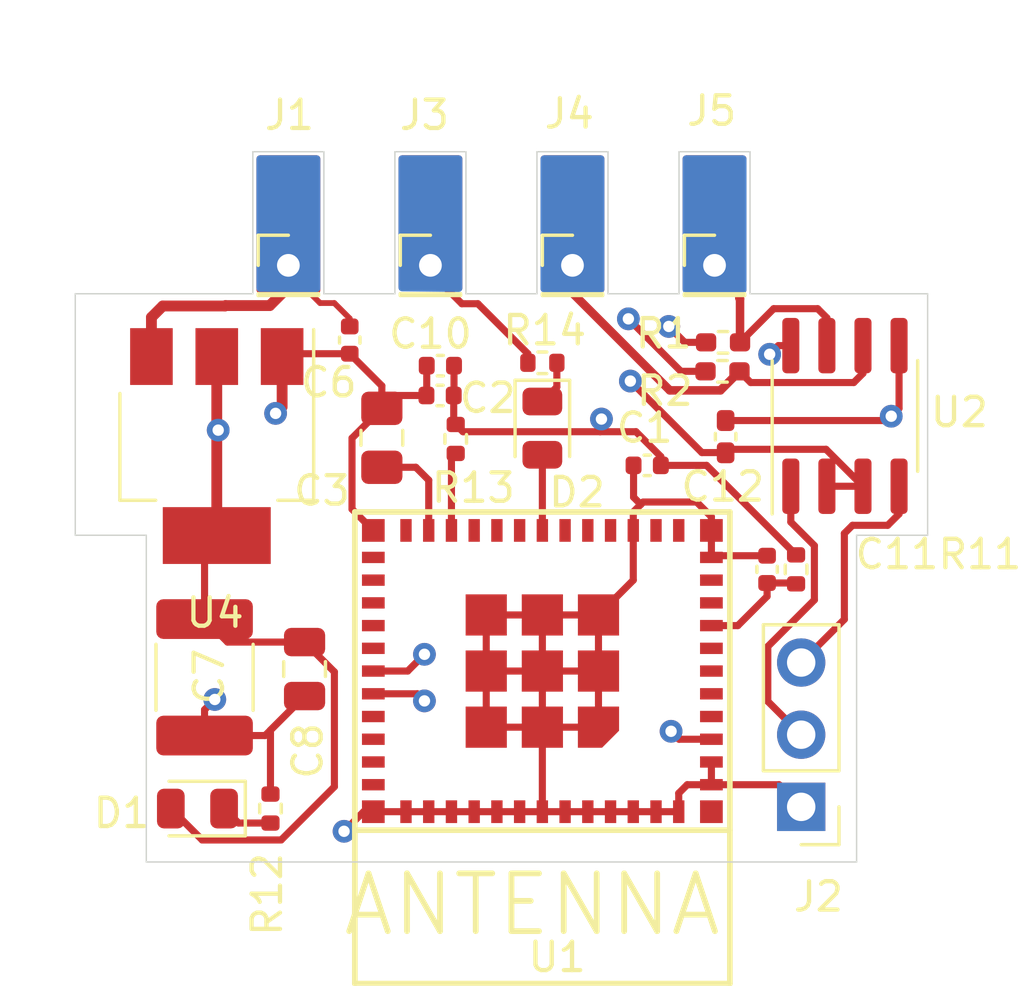
<source format=kicad_pcb>
(kicad_pcb (version 20171130) (host pcbnew "(5.1.12-1-10_14)")

  (general
    (thickness 1.6)
    (drawings 24)
    (tracks 192)
    (zones 0)
    (modules 25)
    (nets 14)
  )

  (page A4)
  (layers
    (0 F.Cu signal)
    (1 In1.Cu signal)
    (2 In2.Cu signal)
    (31 B.Cu signal)
    (32 B.Adhes user)
    (33 F.Adhes user)
    (34 B.Paste user)
    (35 F.Paste user)
    (36 B.SilkS user)
    (37 F.SilkS user)
    (38 B.Mask user)
    (39 F.Mask user)
    (40 Dwgs.User user)
    (41 Cmts.User user)
    (42 Eco1.User user)
    (43 Eco2.User user)
    (44 Edge.Cuts user)
    (45 Margin user)
    (46 B.CrtYd user)
    (47 F.CrtYd user)
    (48 B.Fab user hide)
    (49 F.Fab user hide)
  )

  (setup
    (last_trace_width 0.25)
    (user_trace_width 0.1524)
    (user_trace_width 0.2032)
    (user_trace_width 0.3)
    (user_trace_width 0.381)
    (user_trace_width 0.6)
    (trace_clearance 0.2)
    (zone_clearance 0.1)
    (zone_45_only no)
    (trace_min 0.1524)
    (via_size 0.8)
    (via_drill 0.4)
    (via_min_size 0.4)
    (via_min_drill 0.3)
    (user_via 0.6096 0.3048)
    (uvia_size 0.3)
    (uvia_drill 0.1)
    (uvias_allowed no)
    (uvia_min_size 0.2)
    (uvia_min_drill 0.1)
    (edge_width 0.05)
    (segment_width 0.2)
    (pcb_text_width 0.3)
    (pcb_text_size 1.5 1.5)
    (mod_edge_width 0.12)
    (mod_text_size 1 1)
    (mod_text_width 0.15)
    (pad_size 1.35 1.35)
    (pad_drill 0.8)
    (pad_to_mask_clearance 0)
    (aux_axis_origin 0 0)
    (visible_elements FFFFFF7F)
    (pcbplotparams
      (layerselection 0x010fc_ffffffff)
      (usegerberextensions false)
      (usegerberattributes true)
      (usegerberadvancedattributes true)
      (creategerberjobfile true)
      (excludeedgelayer true)
      (linewidth 0.100000)
      (plotframeref false)
      (viasonmask false)
      (mode 1)
      (useauxorigin false)
      (hpglpennumber 1)
      (hpglpenspeed 20)
      (hpglpendiameter 15.000000)
      (psnegative false)
      (psa4output false)
      (plotreference true)
      (plotvalue true)
      (plotinvisibletext false)
      (padsonsilk false)
      (subtractmaskfromsilk false)
      (outputformat 1)
      (mirror false)
      (drillshape 0)
      (scaleselection 1)
      (outputdirectory "esp32-c3_ddsu666/"))
  )

  (net 0 "")
  (net 1 GND)
  (net 2 +3V3)
  (net 3 +5V)
  (net 4 GPIO4)
  (net 5 "Net-(D1-Pad1)")
  (net 6 "Net-(D2-Pad1)")
  (net 7 /GPIO9)
  (net 8 /CHIP_PU)
  (net 9 /GPIO8)
  (net 10 B)
  (net 11 A)
  (net 12 U0RXD)
  (net 13 U0TXD)

  (net_class Default "This is the default net class."
    (clearance 0.2)
    (trace_width 0.25)
    (via_dia 0.8)
    (via_drill 0.4)
    (uvia_dia 0.3)
    (uvia_drill 0.1)
    (add_net +3V3)
    (add_net +5V)
    (add_net /CHIP_PU)
    (add_net /GPIO8)
    (add_net /GPIO9)
    (add_net A)
    (add_net B)
    (add_net GND)
    (add_net GPIO4)
    (add_net "Net-(D1-Pad1)")
    (add_net "Net-(D2-Pad1)")
    (add_net U0RXD)
    (add_net U0TXD)
  )

  (module Connector_PinHeader_2.54mm:PinHeader_1x03_P2.54mm_Vertical (layer F.Cu) (tedit 59FED5CC) (tstamp 62078DD6)
    (at 125.55 68.06 180)
    (descr "Through hole straight pin header, 1x03, 2.54mm pitch, single row")
    (tags "Through hole pin header THT 1x03 2.54mm single row")
    (path /6223ACE7)
    (fp_text reference J2 (at -0.61 -3.16) (layer F.SilkS)
      (effects (font (size 1 1) (thickness 0.15)))
    )
    (fp_text value Conn_01x03 (at 0 7.41) (layer F.Fab)
      (effects (font (size 1 1) (thickness 0.15)))
    )
    (fp_line (start 1.8 -1.8) (end -1.8 -1.8) (layer F.CrtYd) (width 0.05))
    (fp_line (start 1.8 6.85) (end 1.8 -1.8) (layer F.CrtYd) (width 0.05))
    (fp_line (start -1.8 6.85) (end 1.8 6.85) (layer F.CrtYd) (width 0.05))
    (fp_line (start -1.8 -1.8) (end -1.8 6.85) (layer F.CrtYd) (width 0.05))
    (fp_line (start -1.33 -1.33) (end 0 -1.33) (layer F.SilkS) (width 0.12))
    (fp_line (start -1.33 0) (end -1.33 -1.33) (layer F.SilkS) (width 0.12))
    (fp_line (start -1.33 1.27) (end 1.33 1.27) (layer F.SilkS) (width 0.12))
    (fp_line (start 1.33 1.27) (end 1.33 6.41) (layer F.SilkS) (width 0.12))
    (fp_line (start -1.33 1.27) (end -1.33 6.41) (layer F.SilkS) (width 0.12))
    (fp_line (start -1.33 6.41) (end 1.33 6.41) (layer F.SilkS) (width 0.12))
    (fp_line (start -1.27 -0.635) (end -0.635 -1.27) (layer F.Fab) (width 0.1))
    (fp_line (start -1.27 6.35) (end -1.27 -0.635) (layer F.Fab) (width 0.1))
    (fp_line (start 1.27 6.35) (end -1.27 6.35) (layer F.Fab) (width 0.1))
    (fp_line (start 1.27 -1.27) (end 1.27 6.35) (layer F.Fab) (width 0.1))
    (fp_line (start -0.635 -1.27) (end 1.27 -1.27) (layer F.Fab) (width 0.1))
    (fp_text user %R (at 0 2.54 90) (layer F.Fab)
      (effects (font (size 1 1) (thickness 0.15)))
    )
    (pad 3 thru_hole oval (at 0 5.08 180) (size 1.7 1.7) (drill 1) (layers *.Cu *.Mask)
      (net 13 U0TXD))
    (pad 2 thru_hole oval (at 0 2.54 180) (size 1.7 1.7) (drill 1) (layers *.Cu *.Mask)
      (net 12 U0RXD))
    (pad 1 thru_hole rect (at 0 0 180) (size 1.7 1.7) (drill 1) (layers *.Cu *.Mask)
      (net 1 GND))
    (model ${KISYS3DMOD}/Connector_PinHeader_2.54mm.3dshapes/PinHeader_1x03_P2.54mm_Vertical.wrl
      (at (xyz 0 0 0))
      (scale (xyz 1 1 1))
      (rotate (xyz 0 0 0))
    )
  )

  (module Capacitor_SMD:C_0805_2012Metric_Pad1.18x1.45mm_HandSolder (layer F.Cu) (tedit 5F68FEEF) (tstamp 61C205D7)
    (at 110.79 55.07 90)
    (descr "Capacitor SMD 0805 (2012 Metric), square (rectangular) end terminal, IPC_7351 nominal with elongated pad for handsoldering. (Body size source: IPC-SM-782 page 76, https://www.pcb-3d.com/wordpress/wp-content/uploads/ipc-sm-782a_amendment_1_and_2.pdf, https://docs.google.com/spreadsheets/d/1BsfQQcO9C6DZCsRaXUlFlo91Tg2WpOkGARC1WS5S8t0/edit?usp=sharing), generated with kicad-footprint-generator")
    (tags "capacitor handsolder")
    (path /60A05648)
    (attr smd)
    (fp_text reference C3 (at -1.86 -2.11 180) (layer F.SilkS)
      (effects (font (size 1 1) (thickness 0.15)))
    )
    (fp_text value 0.1uF (at 0 1.68 90) (layer F.Fab)
      (effects (font (size 1 1) (thickness 0.15)))
    )
    (fp_line (start 1.88 0.98) (end -1.88 0.98) (layer F.CrtYd) (width 0.05))
    (fp_line (start 1.88 -0.98) (end 1.88 0.98) (layer F.CrtYd) (width 0.05))
    (fp_line (start -1.88 -0.98) (end 1.88 -0.98) (layer F.CrtYd) (width 0.05))
    (fp_line (start -1.88 0.98) (end -1.88 -0.98) (layer F.CrtYd) (width 0.05))
    (fp_line (start -0.261252 0.735) (end 0.261252 0.735) (layer F.SilkS) (width 0.12))
    (fp_line (start -0.261252 -0.735) (end 0.261252 -0.735) (layer F.SilkS) (width 0.12))
    (fp_line (start 1 0.625) (end -1 0.625) (layer F.Fab) (width 0.1))
    (fp_line (start 1 -0.625) (end 1 0.625) (layer F.Fab) (width 0.1))
    (fp_line (start -1 -0.625) (end 1 -0.625) (layer F.Fab) (width 0.1))
    (fp_line (start -1 0.625) (end -1 -0.625) (layer F.Fab) (width 0.1))
    (fp_text user %R (at 0 0 90) (layer F.Fab)
      (effects (font (size 0.5 0.5) (thickness 0.08)))
    )
    (pad 2 smd roundrect (at 1.0375 0 90) (size 1.175 1.45) (layers F.Cu F.Paste F.Mask) (roundrect_rratio 0.2127659574468085)
      (net 1 GND))
    (pad 1 smd roundrect (at -1.0375 0 90) (size 1.175 1.45) (layers F.Cu F.Paste F.Mask) (roundrect_rratio 0.2127659574468085)
      (net 7 /GPIO9))
    (model ${KISYS3DMOD}/Capacitor_SMD.3dshapes/C_0805_2012Metric.wrl
      (at (xyz 0 0 0))
      (scale (xyz 1 1 1))
      (rotate (xyz 0 0 0))
    )
  )

  (module Connector_PinHeader_2.00mm:PinHeader_1x01_P2.00mm_Vertical (layer F.Cu) (tedit 59FED667) (tstamp 620777DE)
    (at 122.5 49)
    (descr "Through hole straight pin header, 1x01, 2.00mm pitch, single row")
    (tags "Through hole pin header THT 1x01 2.00mm single row")
    (path /622030AC)
    (fp_text reference J5 (at -0.1 -5.44) (layer F.SilkS)
      (effects (font (size 1 1) (thickness 0.15)))
    )
    (fp_text value Conn_01x01 (at 0 2.06) (layer F.Fab)
      (effects (font (size 1 1) (thickness 0.15)))
    )
    (fp_line (start 1.5 -1.5) (end -1.5 -1.5) (layer F.CrtYd) (width 0.05))
    (fp_line (start 1.5 1.5) (end 1.5 -1.5) (layer F.CrtYd) (width 0.05))
    (fp_line (start -1.5 1.5) (end 1.5 1.5) (layer F.CrtYd) (width 0.05))
    (fp_line (start -1.5 -1.5) (end -1.5 1.5) (layer F.CrtYd) (width 0.05))
    (fp_line (start -1.06 -1.06) (end 0 -1.06) (layer F.SilkS) (width 0.12))
    (fp_line (start -1.06 0) (end -1.06 -1.06) (layer F.SilkS) (width 0.12))
    (fp_line (start -1.06 1) (end 1.06 1) (layer F.SilkS) (width 0.12))
    (fp_line (start 1.06 1) (end 1.06 1.06) (layer F.SilkS) (width 0.12))
    (fp_line (start -1.06 1) (end -1.06 1.06) (layer F.SilkS) (width 0.12))
    (fp_line (start -1.06 1.06) (end 1.06 1.06) (layer F.SilkS) (width 0.12))
    (fp_line (start -1 -0.5) (end -0.5 -1) (layer F.Fab) (width 0.1))
    (fp_line (start -1 1) (end -1 -0.5) (layer F.Fab) (width 0.1))
    (fp_line (start 1 1) (end -1 1) (layer F.Fab) (width 0.1))
    (fp_line (start 1 -1) (end 1 1) (layer F.Fab) (width 0.1))
    (fp_line (start -0.5 -1) (end 1 -1) (layer F.Fab) (width 0.1))
    (fp_text user %R (at 0 0 90) (layer F.Fab)
      (effects (font (size 1 1) (thickness 0.15)))
    )
    (pad 1 thru_hole rect (at 0 0) (size 1.35 1.35) (drill 0.8) (layers *.Cu *.Mask)
      (net 10 B))
    (model ${KISYS3DMOD}/Connector_PinHeader_2.00mm.3dshapes/PinHeader_1x01_P2.00mm_Vertical.wrl
      (at (xyz 0 0 0))
      (scale (xyz 1 1 1))
      (rotate (xyz 0 0 0))
    )
  )

  (module Connector_PinHeader_2.00mm:PinHeader_1x01_P2.00mm_Vertical (layer F.Cu) (tedit 59FED667) (tstamp 620777C9)
    (at 117.5 49)
    (descr "Through hole straight pin header, 1x01, 2.00mm pitch, single row")
    (tags "Through hole pin header THT 1x01 2.00mm single row")
    (path /62202F09)
    (fp_text reference J4 (at -0.11 -5.34) (layer F.SilkS)
      (effects (font (size 1 1) (thickness 0.15)))
    )
    (fp_text value Conn_01x01 (at 0 2.06) (layer F.Fab)
      (effects (font (size 1 1) (thickness 0.15)))
    )
    (fp_line (start 1.5 -1.5) (end -1.5 -1.5) (layer F.CrtYd) (width 0.05))
    (fp_line (start 1.5 1.5) (end 1.5 -1.5) (layer F.CrtYd) (width 0.05))
    (fp_line (start -1.5 1.5) (end 1.5 1.5) (layer F.CrtYd) (width 0.05))
    (fp_line (start -1.5 -1.5) (end -1.5 1.5) (layer F.CrtYd) (width 0.05))
    (fp_line (start -1.06 -1.06) (end 0 -1.06) (layer F.SilkS) (width 0.12))
    (fp_line (start -1.06 0) (end -1.06 -1.06) (layer F.SilkS) (width 0.12))
    (fp_line (start -1.06 1) (end 1.06 1) (layer F.SilkS) (width 0.12))
    (fp_line (start 1.06 1) (end 1.06 1.06) (layer F.SilkS) (width 0.12))
    (fp_line (start -1.06 1) (end -1.06 1.06) (layer F.SilkS) (width 0.12))
    (fp_line (start -1.06 1.06) (end 1.06 1.06) (layer F.SilkS) (width 0.12))
    (fp_line (start -1 -0.5) (end -0.5 -1) (layer F.Fab) (width 0.1))
    (fp_line (start -1 1) (end -1 -0.5) (layer F.Fab) (width 0.1))
    (fp_line (start 1 1) (end -1 1) (layer F.Fab) (width 0.1))
    (fp_line (start 1 -1) (end 1 1) (layer F.Fab) (width 0.1))
    (fp_line (start -0.5 -1) (end 1 -1) (layer F.Fab) (width 0.1))
    (fp_text user %R (at 0 0 90) (layer F.Fab)
      (effects (font (size 1 1) (thickness 0.15)))
    )
    (pad 1 thru_hole rect (at 0 0) (size 1.35 1.35) (drill 0.8) (layers *.Cu *.Mask)
      (net 11 A))
    (model ${KISYS3DMOD}/Connector_PinHeader_2.00mm.3dshapes/PinHeader_1x01_P2.00mm_Vertical.wrl
      (at (xyz 0 0 0))
      (scale (xyz 1 1 1))
      (rotate (xyz 0 0 0))
    )
  )

  (module Connector_PinHeader_2.00mm:PinHeader_1x01_P2.00mm_Vertical (layer F.Cu) (tedit 59FED667) (tstamp 620777B4)
    (at 112.5 49)
    (descr "Through hole straight pin header, 1x01, 2.00mm pitch, single row")
    (tags "Through hole pin header THT 1x01 2.00mm single row")
    (path /62202BCB)
    (fp_text reference J3 (at -0.21 -5.29) (layer F.SilkS)
      (effects (font (size 1 1) (thickness 0.15)))
    )
    (fp_text value Conn_01x01 (at 0 2.06) (layer F.Fab)
      (effects (font (size 1 1) (thickness 0.15)))
    )
    (fp_line (start 1.5 -1.5) (end -1.5 -1.5) (layer F.CrtYd) (width 0.05))
    (fp_line (start 1.5 1.5) (end 1.5 -1.5) (layer F.CrtYd) (width 0.05))
    (fp_line (start -1.5 1.5) (end 1.5 1.5) (layer F.CrtYd) (width 0.05))
    (fp_line (start -1.5 -1.5) (end -1.5 1.5) (layer F.CrtYd) (width 0.05))
    (fp_line (start -1.06 -1.06) (end 0 -1.06) (layer F.SilkS) (width 0.12))
    (fp_line (start -1.06 0) (end -1.06 -1.06) (layer F.SilkS) (width 0.12))
    (fp_line (start -1.06 1) (end 1.06 1) (layer F.SilkS) (width 0.12))
    (fp_line (start 1.06 1) (end 1.06 1.06) (layer F.SilkS) (width 0.12))
    (fp_line (start -1.06 1) (end -1.06 1.06) (layer F.SilkS) (width 0.12))
    (fp_line (start -1.06 1.06) (end 1.06 1.06) (layer F.SilkS) (width 0.12))
    (fp_line (start -1 -0.5) (end -0.5 -1) (layer F.Fab) (width 0.1))
    (fp_line (start -1 1) (end -1 -0.5) (layer F.Fab) (width 0.1))
    (fp_line (start 1 1) (end -1 1) (layer F.Fab) (width 0.1))
    (fp_line (start 1 -1) (end 1 1) (layer F.Fab) (width 0.1))
    (fp_line (start -0.5 -1) (end 1 -1) (layer F.Fab) (width 0.1))
    (fp_text user %R (at 0 0 90) (layer F.Fab)
      (effects (font (size 1 1) (thickness 0.15)))
    )
    (pad 1 thru_hole rect (at 0 0) (size 1.35 1.35) (drill 0.8) (layers *.Cu *.Mask)
      (net 1 GND))
    (model ${KISYS3DMOD}/Connector_PinHeader_2.00mm.3dshapes/PinHeader_1x01_P2.00mm_Vertical.wrl
      (at (xyz 0 0 0))
      (scale (xyz 1 1 1))
      (rotate (xyz 0 0 0))
    )
  )

  (module Connector_PinHeader_2.00mm:PinHeader_1x01_P2.00mm_Vertical (layer F.Cu) (tedit 59FED667) (tstamp 62077775)
    (at 107.5 49)
    (descr "Through hole straight pin header, 1x01, 2.00mm pitch, single row")
    (tags "Through hole pin header THT 1x01 2.00mm single row")
    (path /622026E0)
    (fp_text reference J1 (at 0.04 -5.29) (layer F.SilkS)
      (effects (font (size 1 1) (thickness 0.15)))
    )
    (fp_text value Conn_01x01 (at 0 2.06) (layer F.Fab)
      (effects (font (size 1 1) (thickness 0.15)))
    )
    (fp_line (start 1.5 -1.5) (end -1.5 -1.5) (layer F.CrtYd) (width 0.05))
    (fp_line (start 1.5 1.5) (end 1.5 -1.5) (layer F.CrtYd) (width 0.05))
    (fp_line (start -1.5 1.5) (end 1.5 1.5) (layer F.CrtYd) (width 0.05))
    (fp_line (start -1.5 -1.5) (end -1.5 1.5) (layer F.CrtYd) (width 0.05))
    (fp_line (start -1.06 -1.06) (end 0 -1.06) (layer F.SilkS) (width 0.12))
    (fp_line (start -1.06 0) (end -1.06 -1.06) (layer F.SilkS) (width 0.12))
    (fp_line (start -1.06 1) (end 1.06 1) (layer F.SilkS) (width 0.12))
    (fp_line (start 1.06 1) (end 1.06 1.06) (layer F.SilkS) (width 0.12))
    (fp_line (start -1.06 1) (end -1.06 1.06) (layer F.SilkS) (width 0.12))
    (fp_line (start -1.06 1.06) (end 1.06 1.06) (layer F.SilkS) (width 0.12))
    (fp_line (start -1 -0.5) (end -0.5 -1) (layer F.Fab) (width 0.1))
    (fp_line (start -1 1) (end -1 -0.5) (layer F.Fab) (width 0.1))
    (fp_line (start 1 1) (end -1 1) (layer F.Fab) (width 0.1))
    (fp_line (start 1 -1) (end 1 1) (layer F.Fab) (width 0.1))
    (fp_line (start -0.5 -1) (end 1 -1) (layer F.Fab) (width 0.1))
    (fp_text user %R (at 0 0 90) (layer F.Fab)
      (effects (font (size 1 1) (thickness 0.15)))
    )
    (pad 1 thru_hole rect (at 0 0) (size 1.35 1.35) (drill 0.8) (layers *.Cu *.Mask)
      (net 3 +5V))
    (model ${KISYS3DMOD}/Connector_PinHeader_2.00mm.3dshapes/PinHeader_1x01_P2.00mm_Vertical.wrl
      (at (xyz 0 0 0))
      (scale (xyz 1 1 1))
      (rotate (xyz 0 0 0))
    )
  )

  (module Capacitor_SMD:C_0402_1005Metric_Pad0.74x0.62mm_HandSolder (layer F.Cu) (tedit 5F6BB22C) (tstamp 6206A35E)
    (at 122.89 55.03 270)
    (descr "Capacitor SMD 0402 (1005 Metric), square (rectangular) end terminal, IPC_7351 nominal with elongated pad for handsoldering. (Body size source: IPC-SM-782 page 76, https://www.pcb-3d.com/wordpress/wp-content/uploads/ipc-sm-782a_amendment_1_and_2.pdf), generated with kicad-footprint-generator")
    (tags "capacitor handsolder")
    (path /6210C0F6)
    (attr smd)
    (fp_text reference C12 (at 1.76 0.1 180) (layer F.SilkS)
      (effects (font (size 1 1) (thickness 0.15)))
    )
    (fp_text value 100n (at 0 1.16 90) (layer F.Fab)
      (effects (font (size 1 1) (thickness 0.15)))
    )
    (fp_line (start -0.5 0.25) (end -0.5 -0.25) (layer F.Fab) (width 0.1))
    (fp_line (start -0.5 -0.25) (end 0.5 -0.25) (layer F.Fab) (width 0.1))
    (fp_line (start 0.5 -0.25) (end 0.5 0.25) (layer F.Fab) (width 0.1))
    (fp_line (start 0.5 0.25) (end -0.5 0.25) (layer F.Fab) (width 0.1))
    (fp_line (start -0.115835 -0.36) (end 0.115835 -0.36) (layer F.SilkS) (width 0.12))
    (fp_line (start -0.115835 0.36) (end 0.115835 0.36) (layer F.SilkS) (width 0.12))
    (fp_line (start -1.08 0.46) (end -1.08 -0.46) (layer F.CrtYd) (width 0.05))
    (fp_line (start -1.08 -0.46) (end 1.08 -0.46) (layer F.CrtYd) (width 0.05))
    (fp_line (start 1.08 -0.46) (end 1.08 0.46) (layer F.CrtYd) (width 0.05))
    (fp_line (start 1.08 0.46) (end -1.08 0.46) (layer F.CrtYd) (width 0.05))
    (fp_text user %R (at 0 0 90) (layer F.Fab)
      (effects (font (size 0.25 0.25) (thickness 0.04)))
    )
    (pad 2 smd roundrect (at 0.5675 0 270) (size 0.735 0.62) (layers F.Cu F.Paste F.Mask) (roundrect_rratio 0.25)
      (net 3 +5V))
    (pad 1 smd roundrect (at -0.5675 0 270) (size 0.735 0.62) (layers F.Cu F.Paste F.Mask) (roundrect_rratio 0.25)
      (net 1 GND))
    (model ${KISYS3DMOD}/Capacitor_SMD.3dshapes/C_0402_1005Metric.wrl
      (at (xyz 0 0 0))
      (scale (xyz 1 1 1))
      (rotate (xyz 0 0 0))
    )
  )

  (module Package_SO:SOIC-8_3.9x4.9mm_P1.27mm (layer F.Cu) (tedit 5D9F72B1) (tstamp 62069D86)
    (at 127.09 54.3 90)
    (descr "SOIC, 8 Pin (JEDEC MS-012AA, https://www.analog.com/media/en/package-pcb-resources/package/pkg_pdf/soic_narrow-r/r_8.pdf), generated with kicad-footprint-generator ipc_gullwing_generator.py")
    (tags "SOIC SO")
    (path /620EB8A3)
    (attr smd)
    (fp_text reference U2 (at 0.13 4.03 180) (layer F.SilkS)
      (effects (font (size 1 1) (thickness 0.15)))
    )
    (fp_text value MAX13487EESA (at 0 3.4 90) (layer F.Fab)
      (effects (font (size 1 1) (thickness 0.15)))
    )
    (fp_line (start 0 2.56) (end 1.95 2.56) (layer F.SilkS) (width 0.12))
    (fp_line (start 0 2.56) (end -1.95 2.56) (layer F.SilkS) (width 0.12))
    (fp_line (start 0 -2.56) (end 1.95 -2.56) (layer F.SilkS) (width 0.12))
    (fp_line (start 0 -2.56) (end -3.45 -2.56) (layer F.SilkS) (width 0.12))
    (fp_line (start -0.975 -2.45) (end 1.95 -2.45) (layer F.Fab) (width 0.1))
    (fp_line (start 1.95 -2.45) (end 1.95 2.45) (layer F.Fab) (width 0.1))
    (fp_line (start 1.95 2.45) (end -1.95 2.45) (layer F.Fab) (width 0.1))
    (fp_line (start -1.95 2.45) (end -1.95 -1.475) (layer F.Fab) (width 0.1))
    (fp_line (start -1.95 -1.475) (end -0.975 -2.45) (layer F.Fab) (width 0.1))
    (fp_line (start -3.7 -2.7) (end -3.7 2.7) (layer F.CrtYd) (width 0.05))
    (fp_line (start -3.7 2.7) (end 3.7 2.7) (layer F.CrtYd) (width 0.05))
    (fp_line (start 3.7 2.7) (end 3.7 -2.7) (layer F.CrtYd) (width 0.05))
    (fp_line (start 3.7 -2.7) (end -3.7 -2.7) (layer F.CrtYd) (width 0.05))
    (fp_text user %R (at 0 0 90) (layer F.Fab)
      (effects (font (size 0.98 0.98) (thickness 0.15)))
    )
    (pad 8 smd roundrect (at 2.475 -1.905 90) (size 1.95 0.6) (layers F.Cu F.Paste F.Mask) (roundrect_rratio 0.25)
      (net 3 +5V))
    (pad 7 smd roundrect (at 2.475 -0.635 90) (size 1.95 0.6) (layers F.Cu F.Paste F.Mask) (roundrect_rratio 0.25)
      (net 10 B))
    (pad 6 smd roundrect (at 2.475 0.635 90) (size 1.95 0.6) (layers F.Cu F.Paste F.Mask) (roundrect_rratio 0.25)
      (net 11 A))
    (pad 5 smd roundrect (at 2.475 1.905 90) (size 1.95 0.6) (layers F.Cu F.Paste F.Mask) (roundrect_rratio 0.25)
      (net 1 GND))
    (pad 4 smd roundrect (at -2.475 1.905 90) (size 1.95 0.6) (layers F.Cu F.Paste F.Mask) (roundrect_rratio 0.25)
      (net 13 U0TXD))
    (pad 3 smd roundrect (at -2.475 0.635 90) (size 1.95 0.6) (layers F.Cu F.Paste F.Mask) (roundrect_rratio 0.25)
      (net 3 +5V))
    (pad 2 smd roundrect (at -2.475 -0.635 90) (size 1.95 0.6) (layers F.Cu F.Paste F.Mask) (roundrect_rratio 0.25)
      (net 3 +5V))
    (pad 1 smd roundrect (at -2.475 -1.905 90) (size 1.95 0.6) (layers F.Cu F.Paste F.Mask) (roundrect_rratio 0.25)
      (net 12 U0RXD))
    (model ${KISYS3DMOD}/Package_SO.3dshapes/SOIC-8_3.9x4.9mm_P1.27mm.wrl
      (at (xyz 0 0 0))
      (scale (xyz 1 1 1))
      (rotate (xyz 0 0 0))
    )
  )

  (module Resistor_SMD:R_0402_1005Metric_Pad0.72x0.64mm_HandSolder (layer F.Cu) (tedit 5F6BB9E0) (tstamp 62069C38)
    (at 122.78 52.73 180)
    (descr "Resistor SMD 0402 (1005 Metric), square (rectangular) end terminal, IPC_7351 nominal with elongated pad for handsoldering. (Body size source: IPC-SM-782 page 72, https://www.pcb-3d.com/wordpress/wp-content/uploads/ipc-sm-782a_amendment_1_and_2.pdf), generated with kicad-footprint-generator")
    (tags "resistor handsolder")
    (path /621263B2)
    (attr smd)
    (fp_text reference R2 (at 2.03 -0.69) (layer F.SilkS)
      (effects (font (size 1 1) (thickness 0.15)))
    )
    (fp_text value 4.7k (at 0 1.17) (layer F.Fab)
      (effects (font (size 1 1) (thickness 0.15)))
    )
    (fp_line (start -0.525 0.27) (end -0.525 -0.27) (layer F.Fab) (width 0.1))
    (fp_line (start -0.525 -0.27) (end 0.525 -0.27) (layer F.Fab) (width 0.1))
    (fp_line (start 0.525 -0.27) (end 0.525 0.27) (layer F.Fab) (width 0.1))
    (fp_line (start 0.525 0.27) (end -0.525 0.27) (layer F.Fab) (width 0.1))
    (fp_line (start -0.167621 -0.38) (end 0.167621 -0.38) (layer F.SilkS) (width 0.12))
    (fp_line (start -0.167621 0.38) (end 0.167621 0.38) (layer F.SilkS) (width 0.12))
    (fp_line (start -1.1 0.47) (end -1.1 -0.47) (layer F.CrtYd) (width 0.05))
    (fp_line (start -1.1 -0.47) (end 1.1 -0.47) (layer F.CrtYd) (width 0.05))
    (fp_line (start 1.1 -0.47) (end 1.1 0.47) (layer F.CrtYd) (width 0.05))
    (fp_line (start 1.1 0.47) (end -1.1 0.47) (layer F.CrtYd) (width 0.05))
    (fp_text user %R (at 0 0) (layer F.Fab)
      (effects (font (size 0.26 0.26) (thickness 0.04)))
    )
    (pad 2 smd roundrect (at 0.5975 0 180) (size 0.715 0.64) (layers F.Cu F.Paste F.Mask) (roundrect_rratio 0.25)
      (net 3 +5V))
    (pad 1 smd roundrect (at -0.5975 0 180) (size 0.715 0.64) (layers F.Cu F.Paste F.Mask) (roundrect_rratio 0.25)
      (net 11 A))
    (model ${KISYS3DMOD}/Resistor_SMD.3dshapes/R_0402_1005Metric.wrl
      (at (xyz 0 0 0))
      (scale (xyz 1 1 1))
      (rotate (xyz 0 0 0))
    )
  )

  (module Resistor_SMD:R_0402_1005Metric_Pad0.72x0.64mm_HandSolder (layer F.Cu) (tedit 5F6BB9E0) (tstamp 62069C27)
    (at 122.8 51.71)
    (descr "Resistor SMD 0402 (1005 Metric), square (rectangular) end terminal, IPC_7351 nominal with elongated pad for handsoldering. (Body size source: IPC-SM-782 page 72, https://www.pcb-3d.com/wordpress/wp-content/uploads/ipc-sm-782a_amendment_1_and_2.pdf), generated with kicad-footprint-generator")
    (tags "resistor handsolder")
    (path /62115AE7)
    (attr smd)
    (fp_text reference R1 (at -2.09 -0.31) (layer F.SilkS)
      (effects (font (size 1 1) (thickness 0.15)))
    )
    (fp_text value 4.7k (at 0 1.17) (layer F.Fab)
      (effects (font (size 1 1) (thickness 0.15)))
    )
    (fp_line (start -0.525 0.27) (end -0.525 -0.27) (layer F.Fab) (width 0.1))
    (fp_line (start -0.525 -0.27) (end 0.525 -0.27) (layer F.Fab) (width 0.1))
    (fp_line (start 0.525 -0.27) (end 0.525 0.27) (layer F.Fab) (width 0.1))
    (fp_line (start 0.525 0.27) (end -0.525 0.27) (layer F.Fab) (width 0.1))
    (fp_line (start -0.167621 -0.38) (end 0.167621 -0.38) (layer F.SilkS) (width 0.12))
    (fp_line (start -0.167621 0.38) (end 0.167621 0.38) (layer F.SilkS) (width 0.12))
    (fp_line (start -1.1 0.47) (end -1.1 -0.47) (layer F.CrtYd) (width 0.05))
    (fp_line (start -1.1 -0.47) (end 1.1 -0.47) (layer F.CrtYd) (width 0.05))
    (fp_line (start 1.1 -0.47) (end 1.1 0.47) (layer F.CrtYd) (width 0.05))
    (fp_line (start 1.1 0.47) (end -1.1 0.47) (layer F.CrtYd) (width 0.05))
    (fp_text user %R (at 0 0) (layer F.Fab)
      (effects (font (size 0.26 0.26) (thickness 0.04)))
    )
    (pad 2 smd roundrect (at 0.5975 0) (size 0.715 0.64) (layers F.Cu F.Paste F.Mask) (roundrect_rratio 0.25)
      (net 10 B))
    (pad 1 smd roundrect (at -0.5975 0) (size 0.715 0.64) (layers F.Cu F.Paste F.Mask) (roundrect_rratio 0.25)
      (net 1 GND))
    (model ${KISYS3DMOD}/Resistor_SMD.3dshapes/R_0402_1005Metric.wrl
      (at (xyz 0 0 0))
      (scale (xyz 1 1 1))
      (rotate (xyz 0 0 0))
    )
  )

  (module Resistor_SMD:R_0402_1005Metric (layer F.Cu) (tedit 5F68FEEE) (tstamp 61C82E3F)
    (at 116.44 52.43)
    (descr "Resistor SMD 0402 (1005 Metric), square (rectangular) end terminal, IPC_7351 nominal, (Body size source: IPC-SM-782 page 72, https://www.pcb-3d.com/wordpress/wp-content/uploads/ipc-sm-782a_amendment_1_and_2.pdf), generated with kicad-footprint-generator")
    (tags resistor)
    (path /61CDDACF)
    (attr smd)
    (fp_text reference R14 (at 0.08 -1.14) (layer F.SilkS)
      (effects (font (size 1 1) (thickness 0.15)))
    )
    (fp_text value 10K (at 0 1.17) (layer F.Fab)
      (effects (font (size 1 1) (thickness 0.15)))
    )
    (fp_line (start 0.93 0.47) (end -0.93 0.47) (layer F.CrtYd) (width 0.05))
    (fp_line (start 0.93 -0.47) (end 0.93 0.47) (layer F.CrtYd) (width 0.05))
    (fp_line (start -0.93 -0.47) (end 0.93 -0.47) (layer F.CrtYd) (width 0.05))
    (fp_line (start -0.93 0.47) (end -0.93 -0.47) (layer F.CrtYd) (width 0.05))
    (fp_line (start -0.153641 0.38) (end 0.153641 0.38) (layer F.SilkS) (width 0.12))
    (fp_line (start -0.153641 -0.38) (end 0.153641 -0.38) (layer F.SilkS) (width 0.12))
    (fp_line (start 0.525 0.27) (end -0.525 0.27) (layer F.Fab) (width 0.1))
    (fp_line (start 0.525 -0.27) (end 0.525 0.27) (layer F.Fab) (width 0.1))
    (fp_line (start -0.525 -0.27) (end 0.525 -0.27) (layer F.Fab) (width 0.1))
    (fp_line (start -0.525 0.27) (end -0.525 -0.27) (layer F.Fab) (width 0.1))
    (fp_text user %R (at 0 0) (layer F.Fab)
      (effects (font (size 0.26 0.26) (thickness 0.04)))
    )
    (pad 2 smd roundrect (at 0.51 0) (size 0.54 0.64) (layers F.Cu F.Paste F.Mask) (roundrect_rratio 0.25)
      (net 6 "Net-(D2-Pad1)"))
    (pad 1 smd roundrect (at -0.51 0) (size 0.54 0.64) (layers F.Cu F.Paste F.Mask) (roundrect_rratio 0.25)
      (net 1 GND))
    (model ${KISYS3DMOD}/Resistor_SMD.3dshapes/R_0402_1005Metric.wrl
      (at (xyz 0 0 0))
      (scale (xyz 1 1 1))
      (rotate (xyz 0 0 0))
    )
  )

  (module Resistor_SMD:R_0402_1005Metric (layer F.Cu) (tedit 5F68FEEE) (tstamp 61C82E0E)
    (at 106.87 68.12 90)
    (descr "Resistor SMD 0402 (1005 Metric), square (rectangular) end terminal, IPC_7351 nominal, (Body size source: IPC-SM-782 page 72, https://www.pcb-3d.com/wordpress/wp-content/uploads/ipc-sm-782a_amendment_1_and_2.pdf), generated with kicad-footprint-generator")
    (tags resistor)
    (path /61CDC4AD)
    (attr smd)
    (fp_text reference R12 (at -3.02 -0.12 90) (layer F.SilkS)
      (effects (font (size 1 1) (thickness 0.15)))
    )
    (fp_text value 10K (at 0 1.17 90) (layer F.Fab)
      (effects (font (size 1 1) (thickness 0.15)))
    )
    (fp_line (start 0.93 0.47) (end -0.93 0.47) (layer F.CrtYd) (width 0.05))
    (fp_line (start 0.93 -0.47) (end 0.93 0.47) (layer F.CrtYd) (width 0.05))
    (fp_line (start -0.93 -0.47) (end 0.93 -0.47) (layer F.CrtYd) (width 0.05))
    (fp_line (start -0.93 0.47) (end -0.93 -0.47) (layer F.CrtYd) (width 0.05))
    (fp_line (start -0.153641 0.38) (end 0.153641 0.38) (layer F.SilkS) (width 0.12))
    (fp_line (start -0.153641 -0.38) (end 0.153641 -0.38) (layer F.SilkS) (width 0.12))
    (fp_line (start 0.525 0.27) (end -0.525 0.27) (layer F.Fab) (width 0.1))
    (fp_line (start 0.525 -0.27) (end 0.525 0.27) (layer F.Fab) (width 0.1))
    (fp_line (start -0.525 -0.27) (end 0.525 -0.27) (layer F.Fab) (width 0.1))
    (fp_line (start -0.525 0.27) (end -0.525 -0.27) (layer F.Fab) (width 0.1))
    (fp_text user %R (at 0 0 90) (layer F.Fab)
      (effects (font (size 0.26 0.26) (thickness 0.04)))
    )
    (pad 2 smd roundrect (at 0.51 0 90) (size 0.54 0.64) (layers F.Cu F.Paste F.Mask) (roundrect_rratio 0.25)
      (net 1 GND))
    (pad 1 smd roundrect (at -0.51 0 90) (size 0.54 0.64) (layers F.Cu F.Paste F.Mask) (roundrect_rratio 0.25)
      (net 5 "Net-(D1-Pad1)"))
    (model ${KISYS3DMOD}/Resistor_SMD.3dshapes/R_0402_1005Metric.wrl
      (at (xyz 0 0 0))
      (scale (xyz 1 1 1))
      (rotate (xyz 0 0 0))
    )
  )

  (module LED_SMD:LED_0805_2012Metric (layer F.Cu) (tedit 5F68FEF1) (tstamp 61C82B23)
    (at 116.44 54.73 270)
    (descr "LED SMD 0805 (2012 Metric), square (rectangular) end terminal, IPC_7351 nominal, (Body size source: https://docs.google.com/spreadsheets/d/1BsfQQcO9C6DZCsRaXUlFlo91Tg2WpOkGARC1WS5S8t0/edit?usp=sharing), generated with kicad-footprint-generator")
    (tags LED)
    (path /61CDD69C)
    (attr smd)
    (fp_text reference D2 (at 2.26 -1.22 180) (layer F.SilkS)
      (effects (font (size 1 1) (thickness 0.15)))
    )
    (fp_text value LED (at 0 1.65 90) (layer F.Fab)
      (effects (font (size 1 1) (thickness 0.15)))
    )
    (fp_line (start 1.68 0.95) (end -1.68 0.95) (layer F.CrtYd) (width 0.05))
    (fp_line (start 1.68 -0.95) (end 1.68 0.95) (layer F.CrtYd) (width 0.05))
    (fp_line (start -1.68 -0.95) (end 1.68 -0.95) (layer F.CrtYd) (width 0.05))
    (fp_line (start -1.68 0.95) (end -1.68 -0.95) (layer F.CrtYd) (width 0.05))
    (fp_line (start -1.685 0.96) (end 1 0.96) (layer F.SilkS) (width 0.12))
    (fp_line (start -1.685 -0.96) (end -1.685 0.96) (layer F.SilkS) (width 0.12))
    (fp_line (start 1 -0.96) (end -1.685 -0.96) (layer F.SilkS) (width 0.12))
    (fp_line (start 1 0.6) (end 1 -0.6) (layer F.Fab) (width 0.1))
    (fp_line (start -1 0.6) (end 1 0.6) (layer F.Fab) (width 0.1))
    (fp_line (start -1 -0.3) (end -1 0.6) (layer F.Fab) (width 0.1))
    (fp_line (start -0.7 -0.6) (end -1 -0.3) (layer F.Fab) (width 0.1))
    (fp_line (start 1 -0.6) (end -0.7 -0.6) (layer F.Fab) (width 0.1))
    (fp_text user %R (at 0 0 90) (layer F.Fab)
      (effects (font (size 0.5 0.5) (thickness 0.08)))
    )
    (pad 2 smd roundrect (at 0.9375 0 270) (size 0.975 1.4) (layers F.Cu F.Paste F.Mask) (roundrect_rratio 0.25)
      (net 4 GPIO4))
    (pad 1 smd roundrect (at -0.9375 0 270) (size 0.975 1.4) (layers F.Cu F.Paste F.Mask) (roundrect_rratio 0.25)
      (net 6 "Net-(D2-Pad1)"))
    (model ${KISYS3DMOD}/LED_SMD.3dshapes/LED_0805_2012Metric.wrl
      (at (xyz 0 0 0))
      (scale (xyz 1 1 1))
      (rotate (xyz 0 0 0))
    )
  )

  (module LED_SMD:LED_0805_2012Metric (layer F.Cu) (tedit 5F68FEF1) (tstamp 61C82B10)
    (at 104.3 68.12 180)
    (descr "LED SMD 0805 (2012 Metric), square (rectangular) end terminal, IPC_7351 nominal, (Body size source: https://docs.google.com/spreadsheets/d/1BsfQQcO9C6DZCsRaXUlFlo91Tg2WpOkGARC1WS5S8t0/edit?usp=sharing), generated with kicad-footprint-generator")
    (tags LED)
    (path /61CD9E0D)
    (attr smd)
    (fp_text reference D1 (at 2.67 -0.16) (layer F.SilkS)
      (effects (font (size 1 1) (thickness 0.15)))
    )
    (fp_text value LED (at 0 1.65) (layer F.Fab)
      (effects (font (size 1 1) (thickness 0.15)))
    )
    (fp_line (start 1.68 0.95) (end -1.68 0.95) (layer F.CrtYd) (width 0.05))
    (fp_line (start 1.68 -0.95) (end 1.68 0.95) (layer F.CrtYd) (width 0.05))
    (fp_line (start -1.68 -0.95) (end 1.68 -0.95) (layer F.CrtYd) (width 0.05))
    (fp_line (start -1.68 0.95) (end -1.68 -0.95) (layer F.CrtYd) (width 0.05))
    (fp_line (start -1.685 0.96) (end 1 0.96) (layer F.SilkS) (width 0.12))
    (fp_line (start -1.685 -0.96) (end -1.685 0.96) (layer F.SilkS) (width 0.12))
    (fp_line (start 1 -0.96) (end -1.685 -0.96) (layer F.SilkS) (width 0.12))
    (fp_line (start 1 0.6) (end 1 -0.6) (layer F.Fab) (width 0.1))
    (fp_line (start -1 0.6) (end 1 0.6) (layer F.Fab) (width 0.1))
    (fp_line (start -1 -0.3) (end -1 0.6) (layer F.Fab) (width 0.1))
    (fp_line (start -0.7 -0.6) (end -1 -0.3) (layer F.Fab) (width 0.1))
    (fp_line (start 1 -0.6) (end -0.7 -0.6) (layer F.Fab) (width 0.1))
    (fp_text user %R (at 0 0) (layer F.Fab)
      (effects (font (size 0.5 0.5) (thickness 0.08)))
    )
    (pad 2 smd roundrect (at 0.9375 0 180) (size 0.975 1.4) (layers F.Cu F.Paste F.Mask) (roundrect_rratio 0.25)
      (net 2 +3V3))
    (pad 1 smd roundrect (at -0.9375 0 180) (size 0.975 1.4) (layers F.Cu F.Paste F.Mask) (roundrect_rratio 0.25)
      (net 5 "Net-(D1-Pad1)"))
    (model ${KISYS3DMOD}/LED_SMD.3dshapes/LED_0805_2012Metric.wrl
      (at (xyz 0 0 0))
      (scale (xyz 1 1 1))
      (rotate (xyz 0 0 0))
    )
  )

  (module Capacitor_SMD:C_1812_4532Metric (layer F.Cu) (tedit 5F68FEEE) (tstamp 61C2061B)
    (at 104.55 63.5 270)
    (descr "Capacitor SMD 1812 (4532 Metric), square (rectangular) end terminal, IPC_7351 nominal, (Body size source: IPC-SM-782 page 76, https://www.pcb-3d.com/wordpress/wp-content/uploads/ipc-sm-782a_amendment_1_and_2.pdf), generated with kicad-footprint-generator")
    (tags capacitor)
    (path /608F08A4)
    (attr smd)
    (fp_text reference C7 (at -0.03 -0.16 90) (layer F.SilkS)
      (effects (font (size 1 1) (thickness 0.15)))
    )
    (fp_text value 10uF (at 0 2.65 90) (layer F.Fab)
      (effects (font (size 1 1) (thickness 0.15)))
    )
    (fp_line (start -2.25 1.6) (end -2.25 -1.6) (layer F.Fab) (width 0.1))
    (fp_line (start -2.25 -1.6) (end 2.25 -1.6) (layer F.Fab) (width 0.1))
    (fp_line (start 2.25 -1.6) (end 2.25 1.6) (layer F.Fab) (width 0.1))
    (fp_line (start 2.25 1.6) (end -2.25 1.6) (layer F.Fab) (width 0.1))
    (fp_line (start -1.161252 -1.71) (end 1.161252 -1.71) (layer F.SilkS) (width 0.12))
    (fp_line (start -1.161252 1.71) (end 1.161252 1.71) (layer F.SilkS) (width 0.12))
    (fp_line (start -3 1.95) (end -3 -1.95) (layer F.CrtYd) (width 0.05))
    (fp_line (start -3 -1.95) (end 3 -1.95) (layer F.CrtYd) (width 0.05))
    (fp_line (start 3 -1.95) (end 3 1.95) (layer F.CrtYd) (width 0.05))
    (fp_line (start 3 1.95) (end -3 1.95) (layer F.CrtYd) (width 0.05))
    (fp_text user %R (at 0 0 90) (layer F.Fab)
      (effects (font (size 1 1) (thickness 0.15)))
    )
    (pad 2 smd roundrect (at 2.05 0 270) (size 1.4 3.4) (layers F.Cu F.Paste F.Mask) (roundrect_rratio 0.1785707142857143)
      (net 1 GND))
    (pad 1 smd roundrect (at -2.05 0 270) (size 1.4 3.4) (layers F.Cu F.Paste F.Mask) (roundrect_rratio 0.1785707142857143)
      (net 2 +3V3))
    (model ${KISYS3DMOD}/Capacitor_SMD.3dshapes/C_1812_4532Metric.wrl
      (at (xyz 0 0 0))
      (scale (xyz 1 1 1))
      (rotate (xyz 0 0 0))
    )
  )

  (module Package_TO_SOT_SMD:SOT-223-3_TabPin2 (layer F.Cu) (tedit 5A02FF57) (tstamp 61C208E1)
    (at 104.98 55.36 270)
    (descr "module CMS SOT223 4 pins")
    (tags "CMS SOT")
    (path /60882AF9)
    (attr smd)
    (fp_text reference U4 (at 5.87 0.06 180) (layer F.SilkS)
      (effects (font (size 1 1) (thickness 0.15)))
    )
    (fp_text value AP1117-33 (at 0 4.5 90) (layer F.Fab)
      (effects (font (size 1 1) (thickness 0.15)))
    )
    (fp_line (start 1.91 3.41) (end 1.91 2.15) (layer F.SilkS) (width 0.12))
    (fp_line (start 1.91 -3.41) (end 1.91 -2.15) (layer F.SilkS) (width 0.12))
    (fp_line (start 4.4 -3.6) (end -4.4 -3.6) (layer F.CrtYd) (width 0.05))
    (fp_line (start 4.4 3.6) (end 4.4 -3.6) (layer F.CrtYd) (width 0.05))
    (fp_line (start -4.4 3.6) (end 4.4 3.6) (layer F.CrtYd) (width 0.05))
    (fp_line (start -4.4 -3.6) (end -4.4 3.6) (layer F.CrtYd) (width 0.05))
    (fp_line (start -1.85 -2.35) (end -0.85 -3.35) (layer F.Fab) (width 0.1))
    (fp_line (start -1.85 -2.35) (end -1.85 3.35) (layer F.Fab) (width 0.1))
    (fp_line (start -1.85 3.41) (end 1.91 3.41) (layer F.SilkS) (width 0.12))
    (fp_line (start -0.85 -3.35) (end 1.85 -3.35) (layer F.Fab) (width 0.1))
    (fp_line (start -4.1 -3.41) (end 1.91 -3.41) (layer F.SilkS) (width 0.12))
    (fp_line (start -1.85 3.35) (end 1.85 3.35) (layer F.Fab) (width 0.1))
    (fp_line (start 1.85 -3.35) (end 1.85 3.35) (layer F.Fab) (width 0.1))
    (fp_text user %R (at 0 0) (layer F.Fab)
      (effects (font (size 0.8 0.8) (thickness 0.12)))
    )
    (pad 1 smd rect (at -3.15 -2.3 270) (size 2 1.5) (layers F.Cu F.Paste F.Mask)
      (net 1 GND))
    (pad 3 smd rect (at -3.15 2.3 270) (size 2 1.5) (layers F.Cu F.Paste F.Mask)
      (net 3 +5V))
    (pad 2 smd rect (at -3.15 0 270) (size 2 1.5) (layers F.Cu F.Paste F.Mask)
      (net 2 +3V3))
    (pad 2 smd rect (at 3.15 0 270) (size 2 3.8) (layers F.Cu F.Paste F.Mask)
      (net 2 +3V3))
    (model ${KISYS3DMOD}/Package_TO_SOT_SMD.3dshapes/SOT-223.wrl
      (at (xyz 0 0 0))
      (scale (xyz 1 1 1))
      (rotate (xyz 0 0 0))
    )
  )

  (module mybays_modules:ESP32-C3-MINI (layer F.Cu) (tedit 60858A28) (tstamp 61C20894)
    (at 116.44 63.28 180)
    (path /608BFFD7)
    (fp_text reference U1 (at -0.52 -10.07) (layer F.SilkS)
      (effects (font (size 1 1) (thickness 0.15)))
    )
    (fp_text value ESP32-C3-MINI-1 (at 0 0) (layer F.Fab)
      (effects (font (size 1 1) (thickness 0.15)))
    )
    (fp_line (start -6.600012 5.599989) (end 6.600012 5.599989) (layer F.SilkS) (width 0.2))
    (fp_line (start -6.600012 -5.599989) (end 6.600012 -5.599989) (layer F.SilkS) (width 0.2))
    (fp_line (start 6.600012 -11.000003) (end -6.600012 -11.000003) (layer F.SilkS) (width 0.2))
    (fp_line (start -6.600012 5.599989) (end -6.600012 -11.000003) (layer F.SilkS) (width 0.2))
    (fp_line (start 6.600012 5.599989) (end 6.600012 -11.000003) (layer F.SilkS) (width 0.2))
    (fp_text user ANTENNA (at -6.400038 -8.224012) (layer F.SilkS)
      (effects (font (size 2.032 2.032) (thickness 0.2032)) (justify right))
    )
    (pad 46 smd rect (at -3.199892 -4.949952 270) (size 0.799998 0.399999) (layers F.Cu F.Paste F.Mask)
      (net 1 GND))
    (pad 45 smd rect (at -2.399792 -4.949952 270) (size 0.799998 0.399999) (layers F.Cu F.Paste F.Mask)
      (net 1 GND))
    (pad 44 smd rect (at -1.599946 -4.949952 270) (size 0.799998 0.399999) (layers F.Cu F.Paste F.Mask)
      (net 1 GND))
    (pad 43 smd rect (at -0.799846 -4.949952 270) (size 0.799998 0.399999) (layers F.Cu F.Paste F.Mask)
      (net 1 GND))
    (pad 42 smd rect (at 0.000254 -4.949952 270) (size 0.799998 0.399999) (layers F.Cu F.Paste F.Mask)
      (net 1 GND))
    (pad 41 smd rect (at 0.8001 -4.949952 270) (size 0.799998 0.399999) (layers F.Cu F.Paste F.Mask)
      (net 1 GND))
    (pad 40 smd rect (at 1.6002 -4.949952 270) (size 0.799998 0.399999) (layers F.Cu F.Paste F.Mask)
      (net 1 GND))
    (pad 39 smd rect (at 2.400046 -4.949952 270) (size 0.799998 0.399999) (layers F.Cu F.Paste F.Mask)
      (net 1 GND))
    (pad 38 smd rect (at 3.200146 -4.949952 270) (size 0.799998 0.399999) (layers F.Cu F.Paste F.Mask)
      (net 1 GND))
    (pad 37 smd rect (at 3.999992 -4.949952 270) (size 0.799998 0.399999) (layers F.Cu F.Paste F.Mask)
      (net 1 GND))
    (pad 36 smd rect (at 4.800092 -4.949952 270) (size 0.799998 0.399999) (layers F.Cu F.Paste F.Mask)
      (net 1 GND))
    (pad 30 smd rect (at 5.94995 0) (size 0.799998 0.399999) (layers F.Cu F.Paste F.Mask)
      (net 12 U0RXD))
    (pad 29 smd rect (at 5.94995 0.8001) (size 0.799998 0.399999) (layers F.Cu F.Paste F.Mask))
    (pad 28 smd rect (at 5.94995 1.599946) (size 0.799998 0.399999) (layers F.Cu F.Paste F.Mask))
    (pad 27 smd rect (at 5.94995 2.400046) (size 0.799998 0.399999) (layers F.Cu F.Paste F.Mask))
    (pad 26 smd rect (at 5.94995 3.200146) (size 0.799998 0.399999) (layers F.Cu F.Paste F.Mask))
    (pad 25 smd rect (at 5.94995 3.999992) (size 0.799998 0.399999) (layers F.Cu F.Paste F.Mask))
    (pad 12 smd rect (at -4.800092 4.949952 270) (size 0.799998 0.399999) (layers F.Cu F.Paste F.Mask))
    (pad 13 smd rect (at -3.999992 4.949952 270) (size 0.799998 0.399999) (layers F.Cu F.Paste F.Mask))
    (pad 14 smd rect (at -3.200146 4.949952 270) (size 0.799998 0.399999) (layers F.Cu F.Paste F.Mask)
      (net 1 GND))
    (pad 15 smd rect (at -2.400046 4.949952 270) (size 0.799998 0.399999) (layers F.Cu F.Paste F.Mask))
    (pad 49 smd rect (at 0 0 180) (size 1.45001 1.45001) (layers F.Cu F.Paste F.Mask)
      (net 1 GND))
    (pad 53 smd rect (at -5.94995 -4.949952 180) (size 0.799998 0.799998) (layers F.Cu F.Paste F.Mask))
    (pad 52 smd rect (at -5.94995 4.949952 180) (size 0.799998 0.799998) (layers F.Cu F.Paste F.Mask)
      (net 1 GND))
    (pad 51 smd rect (at 5.94995 4.949952 180) (size 0.799998 0.799998) (layers F.Cu F.Paste F.Mask)
      (net 1 GND))
    (pad 50 smd rect (at 5.94995 -4.949952 180) (size 0.799998 0.799998) (layers F.Cu F.Paste F.Mask)
      (net 1 GND))
    (pad 1 smd rect (at -5.94995 -3.999992 180) (size 0.799998 0.399999) (layers F.Cu F.Paste F.Mask)
      (net 1 GND))
    (pad 2 smd rect (at -5.94995 -3.199892 180) (size 0.799998 0.399999) (layers F.Cu F.Paste F.Mask)
      (net 1 GND))
    (pad 3 smd rect (at -5.94995 -2.400046 180) (size 0.799998 0.399999) (layers F.Cu F.Paste F.Mask)
      (net 2 +3V3))
    (pad 4 smd rect (at -5.94995 -1.599946 180) (size 0.799998 0.399999) (layers F.Cu F.Paste F.Mask))
    (pad 5 smd rect (at -5.94995 -0.8001 180) (size 0.799998 0.399999) (layers F.Cu F.Paste F.Mask))
    (pad 6 smd rect (at -5.94995 0 180) (size 0.799998 0.399999) (layers F.Cu F.Paste F.Mask))
    (pad 7 smd rect (at -5.94995 0.799846 180) (size 0.799998 0.399999) (layers F.Cu F.Paste F.Mask))
    (pad 8 smd rect (at -5.94995 1.599946 180) (size 0.799998 0.399999) (layers F.Cu F.Paste F.Mask)
      (net 8 /CHIP_PU))
    (pad 9 smd rect (at -5.94995 2.400046 180) (size 0.799998 0.399999) (layers F.Cu F.Paste F.Mask))
    (pad 10 smd rect (at -5.94995 3.199892 180) (size 0.799998 0.399999) (layers F.Cu F.Paste F.Mask))
    (pad 11 smd rect (at -5.94995 3.999992 180) (size 0.799998 0.399999) (layers F.Cu F.Paste F.Mask)
      (net 1 GND))
    (pad 16 smd rect (at -1.599946 4.949952 270) (size 0.799998 0.399999) (layers F.Cu F.Paste F.Mask))
    (pad 17 smd rect (at -0.799846 4.949952 270) (size 0.799998 0.399999) (layers F.Cu F.Paste F.Mask))
    (pad 18 smd rect (at 0 4.949952 270) (size 0.799998 0.399999) (layers F.Cu F.Paste F.Mask)
      (net 4 GPIO4))
    (pad 19 smd rect (at 0.8001 4.949952 270) (size 0.799998 0.399999) (layers F.Cu F.Paste F.Mask))
    (pad 20 smd rect (at 1.599946 4.949952 270) (size 0.799998 0.399999) (layers F.Cu F.Paste F.Mask))
    (pad 21 smd rect (at 2.400046 4.949952 270) (size 0.799998 0.399999) (layers F.Cu F.Paste F.Mask))
    (pad 22 smd rect (at 3.199892 4.949952 270) (size 0.799998 0.399999) (layers F.Cu F.Paste F.Mask)
      (net 9 /GPIO8))
    (pad 23 smd rect (at 3.999992 4.949952 270) (size 0.799998 0.399999) (layers F.Cu F.Paste F.Mask)
      (net 7 /GPIO9))
    (pad 24 smd rect (at 4.800092 4.949952 270) (size 0.799998 0.399999) (layers F.Cu F.Paste F.Mask))
    (pad 31 smd rect (at 5.94995 -0.799846 180) (size 0.799998 0.399999) (layers F.Cu F.Paste F.Mask)
      (net 13 U0TXD))
    (pad 32 smd rect (at 5.94995 -1.599946 180) (size 0.799998 0.399999) (layers F.Cu F.Paste F.Mask))
    (pad 33 smd rect (at 5.94995 -2.399792 180) (size 0.799998 0.399999) (layers F.Cu F.Paste F.Mask))
    (pad 34 smd rect (at 5.94995 -3.200146 180) (size 0.799998 0.399999) (layers F.Cu F.Paste F.Mask))
    (pad 35 smd rect (at 5.94995 -3.999992 180) (size 0.799998 0.399999) (layers F.Cu F.Paste F.Mask))
    (pad 47 smd rect (at -3.999992 -4.949952 270) (size 0.799998 0.399999) (layers F.Cu F.Paste F.Mask)
      (net 1 GND))
    (pad 48 smd rect (at -4.799838 -4.949952 270) (size 0.799998 0.399999) (layers F.Cu F.Paste F.Mask)
      (net 1 GND))
    (pad 49 smd rect (at 1.975104 0 180) (size 1.45001 1.45001) (layers F.Cu F.Paste F.Mask)
      (net 1 GND))
    (pad 49 smd rect (at 1.975104 -1.975104 180) (size 1.45001 1.45001) (layers F.Cu F.Paste F.Mask)
      (net 1 GND))
    (pad 49 smd rect (at 0 -1.975104 180) (size 1.45001 1.45001) (layers F.Cu F.Paste F.Mask)
      (net 1 GND))
    (pad 49 smd rect (at -1.975104 0 180) (size 1.45001 1.45001) (layers F.Cu F.Paste F.Mask)
      (net 1 GND))
    (pad 49 smd rect (at -1.975104 1.975104 180) (size 1.45001 1.45001) (layers F.Cu F.Paste F.Mask)
      (net 1 GND))
    (pad 49 smd rect (at 0 1.975104 180) (size 1.45001 1.45001) (layers F.Cu F.Paste F.Mask)
      (net 1 GND))
    (pad 49 smd rect (at 1.975104 1.975104 180) (size 1.45001 1.45001) (layers F.Cu F.Paste F.Mask)
      (net 1 GND))
    (pad 49 smd custom (at -1.975028 -1.975028 180) (size 0 0) (layers F.Cu F.Paste F.Mask)
      (net 1 GND) (zone_connect 2)
      (options (clearance outline) (anchor circle))
      (primitives
        (gr_poly (pts
           (xy -0.724967 -0.124968) (xy -0.124968 -0.724967) (xy 0.725018 -0.724967) (xy 0.725018 0.725018) (xy -0.724967 0.725018)
) (width 0))
      ))
  )

  (module Resistor_SMD:R_0402_1005Metric (layer F.Cu) (tedit 5F68FEEE) (tstamp 61C20813)
    (at 113.39 55.11 90)
    (descr "Resistor SMD 0402 (1005 Metric), square (rectangular) end terminal, IPC_7351 nominal, (Body size source: IPC-SM-782 page 72, https://www.pcb-3d.com/wordpress/wp-content/uploads/ipc-sm-782a_amendment_1_and_2.pdf), generated with kicad-footprint-generator")
    (tags resistor)
    (path /6086A603)
    (attr smd)
    (fp_text reference R13 (at -1.72 0.62 180) (layer F.SilkS)
      (effects (font (size 1 1) (thickness 0.15)))
    )
    (fp_text value 10K (at 0 1.17 90) (layer F.Fab)
      (effects (font (size 1 1) (thickness 0.15)))
    )
    (fp_line (start -0.525 0.27) (end -0.525 -0.27) (layer F.Fab) (width 0.1))
    (fp_line (start -0.525 -0.27) (end 0.525 -0.27) (layer F.Fab) (width 0.1))
    (fp_line (start 0.525 -0.27) (end 0.525 0.27) (layer F.Fab) (width 0.1))
    (fp_line (start 0.525 0.27) (end -0.525 0.27) (layer F.Fab) (width 0.1))
    (fp_line (start -0.153641 -0.38) (end 0.153641 -0.38) (layer F.SilkS) (width 0.12))
    (fp_line (start -0.153641 0.38) (end 0.153641 0.38) (layer F.SilkS) (width 0.12))
    (fp_line (start -0.93 0.47) (end -0.93 -0.47) (layer F.CrtYd) (width 0.05))
    (fp_line (start -0.93 -0.47) (end 0.93 -0.47) (layer F.CrtYd) (width 0.05))
    (fp_line (start 0.93 -0.47) (end 0.93 0.47) (layer F.CrtYd) (width 0.05))
    (fp_line (start 0.93 0.47) (end -0.93 0.47) (layer F.CrtYd) (width 0.05))
    (fp_text user %R (at 0 0 90) (layer F.Fab)
      (effects (font (size 0.26 0.26) (thickness 0.04)))
    )
    (pad 2 smd roundrect (at 0.51 0 90) (size 0.54 0.64) (layers F.Cu F.Paste F.Mask) (roundrect_rratio 0.25)
      (net 2 +3V3))
    (pad 1 smd roundrect (at -0.51 0 90) (size 0.54 0.64) (layers F.Cu F.Paste F.Mask) (roundrect_rratio 0.25)
      (net 9 /GPIO8))
    (model ${KISYS3DMOD}/Resistor_SMD.3dshapes/R_0402_1005Metric.wrl
      (at (xyz 0 0 0))
      (scale (xyz 1 1 1))
      (rotate (xyz 0 0 0))
    )
  )

  (module Resistor_SMD:R_0402_1005Metric (layer F.Cu) (tedit 5F68FEEE) (tstamp 61C207F1)
    (at 125.37 59.7 270)
    (descr "Resistor SMD 0402 (1005 Metric), square (rectangular) end terminal, IPC_7351 nominal, (Body size source: IPC-SM-782 page 72, https://www.pcb-3d.com/wordpress/wp-content/uploads/ipc-sm-782a_amendment_1_and_2.pdf), generated with kicad-footprint-generator")
    (tags resistor)
    (path /6085B751)
    (attr smd)
    (fp_text reference R11 (at -0.53 -6.47 180) (layer F.SilkS)
      (effects (font (size 1 1) (thickness 0.15)))
    )
    (fp_text value 10K (at 0 1.17 90) (layer F.Fab)
      (effects (font (size 1 1) (thickness 0.15)))
    )
    (fp_line (start -0.525 0.27) (end -0.525 -0.27) (layer F.Fab) (width 0.1))
    (fp_line (start -0.525 -0.27) (end 0.525 -0.27) (layer F.Fab) (width 0.1))
    (fp_line (start 0.525 -0.27) (end 0.525 0.27) (layer F.Fab) (width 0.1))
    (fp_line (start 0.525 0.27) (end -0.525 0.27) (layer F.Fab) (width 0.1))
    (fp_line (start -0.153641 -0.38) (end 0.153641 -0.38) (layer F.SilkS) (width 0.12))
    (fp_line (start -0.153641 0.38) (end 0.153641 0.38) (layer F.SilkS) (width 0.12))
    (fp_line (start -0.93 0.47) (end -0.93 -0.47) (layer F.CrtYd) (width 0.05))
    (fp_line (start -0.93 -0.47) (end 0.93 -0.47) (layer F.CrtYd) (width 0.05))
    (fp_line (start 0.93 -0.47) (end 0.93 0.47) (layer F.CrtYd) (width 0.05))
    (fp_line (start 0.93 0.47) (end -0.93 0.47) (layer F.CrtYd) (width 0.05))
    (fp_text user %R (at 0 0 90) (layer F.Fab)
      (effects (font (size 0.26 0.26) (thickness 0.04)))
    )
    (pad 2 smd roundrect (at 0.51 0 270) (size 0.54 0.64) (layers F.Cu F.Paste F.Mask) (roundrect_rratio 0.25)
      (net 8 /CHIP_PU))
    (pad 1 smd roundrect (at -0.51 0 270) (size 0.54 0.64) (layers F.Cu F.Paste F.Mask) (roundrect_rratio 0.25)
      (net 2 +3V3))
    (model ${KISYS3DMOD}/Resistor_SMD.3dshapes/R_0402_1005Metric.wrl
      (at (xyz 0 0 0))
      (scale (xyz 1 1 1))
      (rotate (xyz 0 0 0))
    )
  )

  (module Capacitor_SMD:C_0402_1005Metric (layer F.Cu) (tedit 5F68FEEE) (tstamp 61C2065F)
    (at 124.35 59.7 90)
    (descr "Capacitor SMD 0402 (1005 Metric), square (rectangular) end terminal, IPC_7351 nominal, (Body size source: IPC-SM-782 page 76, https://www.pcb-3d.com/wordpress/wp-content/uploads/ipc-sm-782a_amendment_1_and_2.pdf), generated with kicad-footprint-generator")
    (tags capacitor)
    (path /6085C15D)
    (attr smd)
    (fp_text reference C11 (at 0.53 4.57 180) (layer F.SilkS)
      (effects (font (size 1 1) (thickness 0.15)))
    )
    (fp_text value 0.1uF (at 0 1.16 90) (layer F.Fab)
      (effects (font (size 1 1) (thickness 0.15)))
    )
    (fp_line (start -0.5 0.25) (end -0.5 -0.25) (layer F.Fab) (width 0.1))
    (fp_line (start -0.5 -0.25) (end 0.5 -0.25) (layer F.Fab) (width 0.1))
    (fp_line (start 0.5 -0.25) (end 0.5 0.25) (layer F.Fab) (width 0.1))
    (fp_line (start 0.5 0.25) (end -0.5 0.25) (layer F.Fab) (width 0.1))
    (fp_line (start -0.107836 -0.36) (end 0.107836 -0.36) (layer F.SilkS) (width 0.12))
    (fp_line (start -0.107836 0.36) (end 0.107836 0.36) (layer F.SilkS) (width 0.12))
    (fp_line (start -0.91 0.46) (end -0.91 -0.46) (layer F.CrtYd) (width 0.05))
    (fp_line (start -0.91 -0.46) (end 0.91 -0.46) (layer F.CrtYd) (width 0.05))
    (fp_line (start 0.91 -0.46) (end 0.91 0.46) (layer F.CrtYd) (width 0.05))
    (fp_line (start 0.91 0.46) (end -0.91 0.46) (layer F.CrtYd) (width 0.05))
    (fp_text user %R (at 0 0 90) (layer F.Fab)
      (effects (font (size 0.25 0.25) (thickness 0.04)))
    )
    (pad 2 smd roundrect (at 0.48 0 90) (size 0.56 0.62) (layers F.Cu F.Paste F.Mask) (roundrect_rratio 0.25)
      (net 1 GND))
    (pad 1 smd roundrect (at -0.48 0 90) (size 0.56 0.62) (layers F.Cu F.Paste F.Mask) (roundrect_rratio 0.25)
      (net 8 /CHIP_PU))
    (model ${KISYS3DMOD}/Capacitor_SMD.3dshapes/C_0402_1005Metric.wrl
      (at (xyz 0 0 0))
      (scale (xyz 1 1 1))
      (rotate (xyz 0 0 0))
    )
  )

  (module Capacitor_SMD:C_0402_1005Metric (layer F.Cu) (tedit 5F68FEEE) (tstamp 61C2064E)
    (at 112.85 52.53 180)
    (descr "Capacitor SMD 0402 (1005 Metric), square (rectangular) end terminal, IPC_7351 nominal, (Body size source: IPC-SM-782 page 76, https://www.pcb-3d.com/wordpress/wp-content/uploads/ipc-sm-782a_amendment_1_and_2.pdf), generated with kicad-footprint-generator")
    (tags capacitor)
    (path /6087BB94)
    (attr smd)
    (fp_text reference C10 (at 0.35 1.12) (layer F.SilkS)
      (effects (font (size 1 1) (thickness 0.15)))
    )
    (fp_text value 0.1uF (at 0 1.16) (layer F.Fab)
      (effects (font (size 1 1) (thickness 0.15)))
    )
    (fp_line (start -0.5 0.25) (end -0.5 -0.25) (layer F.Fab) (width 0.1))
    (fp_line (start -0.5 -0.25) (end 0.5 -0.25) (layer F.Fab) (width 0.1))
    (fp_line (start 0.5 -0.25) (end 0.5 0.25) (layer F.Fab) (width 0.1))
    (fp_line (start 0.5 0.25) (end -0.5 0.25) (layer F.Fab) (width 0.1))
    (fp_line (start -0.107836 -0.36) (end 0.107836 -0.36) (layer F.SilkS) (width 0.12))
    (fp_line (start -0.107836 0.36) (end 0.107836 0.36) (layer F.SilkS) (width 0.12))
    (fp_line (start -0.91 0.46) (end -0.91 -0.46) (layer F.CrtYd) (width 0.05))
    (fp_line (start -0.91 -0.46) (end 0.91 -0.46) (layer F.CrtYd) (width 0.05))
    (fp_line (start 0.91 -0.46) (end 0.91 0.46) (layer F.CrtYd) (width 0.05))
    (fp_line (start 0.91 0.46) (end -0.91 0.46) (layer F.CrtYd) (width 0.05))
    (fp_text user %R (at 0 0) (layer F.Fab)
      (effects (font (size 0.25 0.25) (thickness 0.04)))
    )
    (pad 2 smd roundrect (at 0.48 0 180) (size 0.56 0.62) (layers F.Cu F.Paste F.Mask) (roundrect_rratio 0.25)
      (net 1 GND))
    (pad 1 smd roundrect (at -0.48 0 180) (size 0.56 0.62) (layers F.Cu F.Paste F.Mask) (roundrect_rratio 0.25)
      (net 2 +3V3))
    (model ${KISYS3DMOD}/Capacitor_SMD.3dshapes/C_0402_1005Metric.wrl
      (at (xyz 0 0 0))
      (scale (xyz 1 1 1))
      (rotate (xyz 0 0 0))
    )
  )

  (module Capacitor_SMD:C_0805_2012Metric (layer F.Cu) (tedit 5F68FEEE) (tstamp 61C2062C)
    (at 108.07 63.21 270)
    (descr "Capacitor SMD 0805 (2012 Metric), square (rectangular) end terminal, IPC_7351 nominal, (Body size source: IPC-SM-782 page 76, https://www.pcb-3d.com/wordpress/wp-content/uploads/ipc-sm-782a_amendment_1_and_2.pdf, https://docs.google.com/spreadsheets/d/1BsfQQcO9C6DZCsRaXUlFlo91Tg2WpOkGARC1WS5S8t0/edit?usp=sharing), generated with kicad-footprint-generator")
    (tags capacitor)
    (path /608F35F4)
    (attr smd)
    (fp_text reference C8 (at 2.88 -0.11 90) (layer F.SilkS)
      (effects (font (size 1 1) (thickness 0.15)))
    )
    (fp_text value 10uF (at 0 1.68 90) (layer F.Fab)
      (effects (font (size 1 1) (thickness 0.15)))
    )
    (fp_line (start -1 0.625) (end -1 -0.625) (layer F.Fab) (width 0.1))
    (fp_line (start -1 -0.625) (end 1 -0.625) (layer F.Fab) (width 0.1))
    (fp_line (start 1 -0.625) (end 1 0.625) (layer F.Fab) (width 0.1))
    (fp_line (start 1 0.625) (end -1 0.625) (layer F.Fab) (width 0.1))
    (fp_line (start -0.261252 -0.735) (end 0.261252 -0.735) (layer F.SilkS) (width 0.12))
    (fp_line (start -0.261252 0.735) (end 0.261252 0.735) (layer F.SilkS) (width 0.12))
    (fp_line (start -1.7 0.98) (end -1.7 -0.98) (layer F.CrtYd) (width 0.05))
    (fp_line (start -1.7 -0.98) (end 1.7 -0.98) (layer F.CrtYd) (width 0.05))
    (fp_line (start 1.7 -0.98) (end 1.7 0.98) (layer F.CrtYd) (width 0.05))
    (fp_line (start 1.7 0.98) (end -1.7 0.98) (layer F.CrtYd) (width 0.05))
    (fp_text user %R (at 0 0 90) (layer F.Fab)
      (effects (font (size 0.5 0.5) (thickness 0.08)))
    )
    (pad 2 smd roundrect (at 0.95 0 270) (size 1 1.45) (layers F.Cu F.Paste F.Mask) (roundrect_rratio 0.25)
      (net 1 GND))
    (pad 1 smd roundrect (at -0.95 0 270) (size 1 1.45) (layers F.Cu F.Paste F.Mask) (roundrect_rratio 0.25)
      (net 2 +3V3))
    (model ${KISYS3DMOD}/Capacitor_SMD.3dshapes/C_0805_2012Metric.wrl
      (at (xyz 0 0 0))
      (scale (xyz 1 1 1))
      (rotate (xyz 0 0 0))
    )
  )

  (module Capacitor_SMD:C_0402_1005Metric (layer F.Cu) (tedit 5F68FEEE) (tstamp 61C2060A)
    (at 109.66 51.63 270)
    (descr "Capacitor SMD 0402 (1005 Metric), square (rectangular) end terminal, IPC_7351 nominal, (Body size source: IPC-SM-782 page 76, https://www.pcb-3d.com/wordpress/wp-content/uploads/ipc-sm-782a_amendment_1_and_2.pdf), generated with kicad-footprint-generator")
    (tags capacitor)
    (path /608EDD6D)
    (attr smd)
    (fp_text reference C6 (at 1.49 0.74 180) (layer F.SilkS)
      (effects (font (size 1 1) (thickness 0.15)))
    )
    (fp_text value 0.1uF (at 0 1.16 90) (layer F.Fab)
      (effects (font (size 1 1) (thickness 0.15)))
    )
    (fp_line (start -0.5 0.25) (end -0.5 -0.25) (layer F.Fab) (width 0.1))
    (fp_line (start -0.5 -0.25) (end 0.5 -0.25) (layer F.Fab) (width 0.1))
    (fp_line (start 0.5 -0.25) (end 0.5 0.25) (layer F.Fab) (width 0.1))
    (fp_line (start 0.5 0.25) (end -0.5 0.25) (layer F.Fab) (width 0.1))
    (fp_line (start -0.107836 -0.36) (end 0.107836 -0.36) (layer F.SilkS) (width 0.12))
    (fp_line (start -0.107836 0.36) (end 0.107836 0.36) (layer F.SilkS) (width 0.12))
    (fp_line (start -0.91 0.46) (end -0.91 -0.46) (layer F.CrtYd) (width 0.05))
    (fp_line (start -0.91 -0.46) (end 0.91 -0.46) (layer F.CrtYd) (width 0.05))
    (fp_line (start 0.91 -0.46) (end 0.91 0.46) (layer F.CrtYd) (width 0.05))
    (fp_line (start 0.91 0.46) (end -0.91 0.46) (layer F.CrtYd) (width 0.05))
    (fp_text user %R (at 0 0 90) (layer F.Fab)
      (effects (font (size 0.25 0.25) (thickness 0.04)))
    )
    (pad 2 smd roundrect (at 0.48 0 270) (size 0.56 0.62) (layers F.Cu F.Paste F.Mask) (roundrect_rratio 0.25)
      (net 1 GND))
    (pad 1 smd roundrect (at -0.48 0 270) (size 0.56 0.62) (layers F.Cu F.Paste F.Mask) (roundrect_rratio 0.25)
      (net 3 +5V))
    (model ${KISYS3DMOD}/Capacitor_SMD.3dshapes/C_0402_1005Metric.wrl
      (at (xyz 0 0 0))
      (scale (xyz 1 1 1))
      (rotate (xyz 0 0 0))
    )
  )

  (module Capacitor_SMD:C_0402_1005Metric (layer F.Cu) (tedit 5F68FEEE) (tstamp 61C205C6)
    (at 112.84 53.58 180)
    (descr "Capacitor SMD 0402 (1005 Metric), square (rectangular) end terminal, IPC_7351 nominal, (Body size source: IPC-SM-782 page 76, https://www.pcb-3d.com/wordpress/wp-content/uploads/ipc-sm-782a_amendment_1_and_2.pdf), generated with kicad-footprint-generator")
    (tags capacitor)
    (path /60ECCD3C)
    (attr smd)
    (fp_text reference C2 (at -1.68 -0.09) (layer F.SilkS)
      (effects (font (size 1 1) (thickness 0.15)))
    )
    (fp_text value 0.1uF (at 0 1.16) (layer F.Fab)
      (effects (font (size 1 1) (thickness 0.15)))
    )
    (fp_line (start -0.5 0.25) (end -0.5 -0.25) (layer F.Fab) (width 0.1))
    (fp_line (start -0.5 -0.25) (end 0.5 -0.25) (layer F.Fab) (width 0.1))
    (fp_line (start 0.5 -0.25) (end 0.5 0.25) (layer F.Fab) (width 0.1))
    (fp_line (start 0.5 0.25) (end -0.5 0.25) (layer F.Fab) (width 0.1))
    (fp_line (start -0.107836 -0.36) (end 0.107836 -0.36) (layer F.SilkS) (width 0.12))
    (fp_line (start -0.107836 0.36) (end 0.107836 0.36) (layer F.SilkS) (width 0.12))
    (fp_line (start -0.91 0.46) (end -0.91 -0.46) (layer F.CrtYd) (width 0.05))
    (fp_line (start -0.91 -0.46) (end 0.91 -0.46) (layer F.CrtYd) (width 0.05))
    (fp_line (start 0.91 -0.46) (end 0.91 0.46) (layer F.CrtYd) (width 0.05))
    (fp_line (start 0.91 0.46) (end -0.91 0.46) (layer F.CrtYd) (width 0.05))
    (fp_text user %R (at 0 0) (layer F.Fab)
      (effects (font (size 0.25 0.25) (thickness 0.04)))
    )
    (pad 2 smd roundrect (at 0.48 0 180) (size 0.56 0.62) (layers F.Cu F.Paste F.Mask) (roundrect_rratio 0.25)
      (net 1 GND))
    (pad 1 smd roundrect (at -0.48 0 180) (size 0.56 0.62) (layers F.Cu F.Paste F.Mask) (roundrect_rratio 0.25)
      (net 2 +3V3))
    (model ${KISYS3DMOD}/Capacitor_SMD.3dshapes/C_0402_1005Metric.wrl
      (at (xyz 0 0 0))
      (scale (xyz 1 1 1))
      (rotate (xyz 0 0 0))
    )
  )

  (module Capacitor_SMD:C_0402_1005Metric (layer F.Cu) (tedit 5F68FEEE) (tstamp 61C205B5)
    (at 120.13 56.04 180)
    (descr "Capacitor SMD 0402 (1005 Metric), square (rectangular) end terminal, IPC_7351 nominal, (Body size source: IPC-SM-782 page 76, https://www.pcb-3d.com/wordpress/wp-content/uploads/ipc-sm-782a_amendment_1_and_2.pdf), generated with kicad-footprint-generator")
    (tags capacitor)
    (path /60E9EC61)
    (attr smd)
    (fp_text reference C1 (at 0.09 1.32) (layer F.SilkS)
      (effects (font (size 1 1) (thickness 0.15)))
    )
    (fp_text value 0.1uF (at 0 1.16) (layer F.Fab)
      (effects (font (size 1 1) (thickness 0.15)))
    )
    (fp_line (start -0.5 0.25) (end -0.5 -0.25) (layer F.Fab) (width 0.1))
    (fp_line (start -0.5 -0.25) (end 0.5 -0.25) (layer F.Fab) (width 0.1))
    (fp_line (start 0.5 -0.25) (end 0.5 0.25) (layer F.Fab) (width 0.1))
    (fp_line (start 0.5 0.25) (end -0.5 0.25) (layer F.Fab) (width 0.1))
    (fp_line (start -0.107836 -0.36) (end 0.107836 -0.36) (layer F.SilkS) (width 0.12))
    (fp_line (start -0.107836 0.36) (end 0.107836 0.36) (layer F.SilkS) (width 0.12))
    (fp_line (start -0.91 0.46) (end -0.91 -0.46) (layer F.CrtYd) (width 0.05))
    (fp_line (start -0.91 -0.46) (end 0.91 -0.46) (layer F.CrtYd) (width 0.05))
    (fp_line (start 0.91 -0.46) (end 0.91 0.46) (layer F.CrtYd) (width 0.05))
    (fp_line (start 0.91 0.46) (end -0.91 0.46) (layer F.CrtYd) (width 0.05))
    (fp_text user %R (at 0 0) (layer F.Fab)
      (effects (font (size 0.25 0.25) (thickness 0.04)))
    )
    (pad 2 smd roundrect (at 0.48 0 180) (size 0.56 0.62) (layers F.Cu F.Paste F.Mask) (roundrect_rratio 0.25)
      (net 1 GND))
    (pad 1 smd roundrect (at -0.48 0 180) (size 0.56 0.62) (layers F.Cu F.Paste F.Mask) (roundrect_rratio 0.25)
      (net 2 +3V3))
    (model ${KISYS3DMOD}/Capacitor_SMD.3dshapes/C_0402_1005Metric.wrl
      (at (xyz 0 0 0))
      (scale (xyz 1 1 1))
      (rotate (xyz 0 0 0))
    )
  )

  (gr_line (start 123.75 50) (end 130 50) (layer Edge.Cuts) (width 0.05) (tstamp 62073360))
  (gr_line (start 100 50) (end 106.25 50) (layer Edge.Cuts) (width 0.05) (tstamp 6207335F))
  (gr_line (start 123.75 45) (end 123.75 50) (layer Edge.Cuts) (width 0.05))
  (gr_line (start 121.25 45) (end 123.75 45) (layer Edge.Cuts) (width 0.05))
  (gr_line (start 121.25 50) (end 121.25 45) (layer Edge.Cuts) (width 0.05))
  (gr_line (start 118.75 50) (end 121.25 50) (layer Edge.Cuts) (width 0.05))
  (gr_line (start 118.75 45) (end 118.75 50) (layer Edge.Cuts) (width 0.05))
  (gr_line (start 116.25 45) (end 118.75 45) (layer Edge.Cuts) (width 0.05))
  (gr_line (start 116.25 50) (end 116.25 45) (layer Edge.Cuts) (width 0.05))
  (gr_line (start 113.75 50) (end 116.25 50) (layer Edge.Cuts) (width 0.05))
  (gr_line (start 106.25 45) (end 106.25 50) (layer Edge.Cuts) (width 0.05))
  (gr_line (start 108.75 45) (end 106.25 45) (layer Edge.Cuts) (width 0.05))
  (gr_line (start 108.75 50) (end 108.75 45) (layer Edge.Cuts) (width 0.05))
  (gr_line (start 111.25 50) (end 108.75 50) (layer Edge.Cuts) (width 0.05))
  (gr_line (start 111.25 45) (end 111.25 50) (layer Edge.Cuts) (width 0.05))
  (gr_line (start 113.75 45) (end 111.25 45) (layer Edge.Cuts) (width 0.05))
  (gr_line (start 113.75 50) (end 113.75 45) (layer Edge.Cuts) (width 0.05))
  (gr_line (start 100 58.5) (end 100 50) (layer Edge.Cuts) (width 0.05))
  (gr_line (start 102.5 58.5) (end 100 58.5) (layer Edge.Cuts) (width 0.05))
  (gr_line (start 102.5 70) (end 102.5 58.5) (layer Edge.Cuts) (width 0.05))
  (gr_line (start 127.5 70) (end 102.5 70) (layer Edge.Cuts) (width 0.05))
  (gr_line (start 127.5 58.5) (end 127.5 70) (layer Edge.Cuts) (width 0.05))
  (gr_line (start 130 58.5) (end 127.5 58.5) (layer Edge.Cuts) (width 0.05))
  (gr_line (start 130 50) (end 130 58.5) (layer Edge.Cuts) (width 0.05))

  (segment (start 128.995 51.825) (end 128.995 52.8) (width 0.25) (layer F.Cu) (net 1))
  (segment (start 111.2425 53.58) (end 110.79 54.0325) (width 0.25) (layer F.Cu) (net 1))
  (segment (start 112.36 53.58) (end 111.2425 53.58) (width 0.25) (layer F.Cu) (net 1))
  (segment (start 124.769992 67.279992) (end 125.55 68.06) (width 0.25) (layer F.Cu) (net 1))
  (segment (start 122.38995 67.279992) (end 124.769992 67.279992) (width 0.25) (layer F.Cu) (net 1))
  (segment (start 111.639908 68.229952) (end 121.239838 68.229952) (width 0.25) (layer F.Cu) (net 1))
  (segment (start 121.539799 67.279992) (end 122.38995 67.279992) (width 0.25) (layer F.Cu) (net 1))
  (segment (start 121.239838 67.579953) (end 121.539799 67.279992) (width 0.25) (layer F.Cu) (net 1))
  (segment (start 121.239838 68.229952) (end 121.239838 67.579953) (width 0.25) (layer F.Cu) (net 1))
  (segment (start 122.38995 66.479892) (end 122.38995 67.279992) (width 0.25) (layer F.Cu) (net 1))
  (segment (start 110.49005 68.229952) (end 111.639908 68.229952) (width 0.25) (layer F.Cu) (net 1))
  (segment (start 106.87 65.36) (end 108.07 64.16) (width 0.25) (layer F.Cu) (net 1))
  (segment (start 106.87 67.61) (end 106.87 65.36) (width 0.25) (layer F.Cu) (net 1))
  (segment (start 106.68 65.55) (end 108.07 64.16) (width 0.25) (layer F.Cu) (net 1))
  (segment (start 104.55 65.55) (end 106.68 65.55) (width 0.25) (layer F.Cu) (net 1))
  (segment (start 109.73999 57.579988) (end 109.73999 55.08251) (width 0.25) (layer F.Cu) (net 1))
  (segment (start 109.73999 55.08251) (end 110.79 54.0325) (width 0.25) (layer F.Cu) (net 1))
  (segment (start 110.49005 58.330048) (end 109.73999 57.579988) (width 0.25) (layer F.Cu) (net 1))
  (segment (start 110.79 53.24) (end 109.66 52.11) (width 0.25) (layer F.Cu) (net 1))
  (segment (start 110.79 54.0325) (end 110.79 53.24) (width 0.25) (layer F.Cu) (net 1))
  (segment (start 107.38 52.11) (end 107.28 52.21) (width 0.25) (layer F.Cu) (net 1))
  (segment (start 109.66 52.11) (end 107.38 52.11) (width 0.25) (layer F.Cu) (net 1))
  (segment (start 122.449958 59.22) (end 122.38995 59.280008) (width 0.25) (layer F.Cu) (net 1))
  (segment (start 124.35 59.22) (end 122.449958 59.22) (width 0.25) (layer F.Cu) (net 1))
  (segment (start 122.38995 59.280008) (end 122.38995 58.330048) (width 0.25) (layer F.Cu) (net 1))
  (segment (start 116.439746 65.255358) (end 116.44 65.255104) (width 0.25) (layer F.Cu) (net 1))
  (segment (start 116.439746 68.229952) (end 116.439746 65.255358) (width 0.25) (layer F.Cu) (net 1))
  (segment (start 114.464896 65.255104) (end 114.464896 61.304896) (width 0.25) (layer F.Cu) (net 1))
  (segment (start 114.464896 61.304896) (end 118.415104 61.304896) (width 0.25) (layer F.Cu) (net 1))
  (segment (start 118.415104 65.254952) (end 118.415028 65.255028) (width 0.25) (layer F.Cu) (net 1))
  (segment (start 118.415104 61.304896) (end 118.415104 65.254952) (width 0.25) (layer F.Cu) (net 1))
  (segment (start 114.464972 65.255028) (end 114.464896 65.255104) (width 0.25) (layer F.Cu) (net 1))
  (segment (start 118.415028 65.255028) (end 114.464972 65.255028) (width 0.25) (layer F.Cu) (net 1))
  (segment (start 114.464896 63.28) (end 118.415104 63.28) (width 0.25) (layer F.Cu) (net 1))
  (segment (start 116.44 61.304896) (end 116.44 65.255104) (width 0.25) (layer F.Cu) (net 1))
  (segment (start 119.640146 60.079854) (end 118.415104 61.304896) (width 0.25) (layer F.Cu) (net 1))
  (segment (start 119.640146 58.330048) (end 119.640146 60.079854) (width 0.25) (layer F.Cu) (net 1))
  (via (at 120.89 51.15) (size 0.8) (drill 0.4) (layers F.Cu B.Cu) (net 1))
  (segment (start 121.45 51.71) (end 120.89 51.15) (width 0.25) (layer F.Cu) (net 1))
  (segment (start 122.2025 51.71) (end 121.45 51.71) (width 0.25) (layer F.Cu) (net 1))
  (segment (start 128.995 54.035) (end 128.72 54.31) (width 0.25) (layer F.Cu) (net 1))
  (via (at 128.72 54.31) (size 0.8) (drill 0.4) (layers F.Cu B.Cu) (net 1))
  (segment (start 128.995 51.825) (end 128.995 54.035) (width 0.25) (layer F.Cu) (net 1))
  (segment (start 128.5675 54.4625) (end 128.72 54.31) (width 0.25) (layer F.Cu) (net 1))
  (segment (start 122.89 54.4625) (end 128.5675 54.4625) (width 0.25) (layer F.Cu) (net 1))
  (segment (start 122.38995 58.330048) (end 122.38995 57.84995) (width 0.25) (layer F.Cu) (net 1))
  (segment (start 122.38995 57.84995) (end 121.87 57.33) (width 0.25) (layer F.Cu) (net 1))
  (segment (start 119.640146 57.680049) (end 119.640146 58.330048) (width 0.25) (layer F.Cu) (net 1))
  (segment (start 121.87 57.33) (end 119.990195 57.33) (width 0.25) (layer F.Cu) (net 1))
  (segment (start 112.5 49.244988) (end 112.5 49) (width 0.25) (layer F.Cu) (net 1))
  (segment (start 114.17001 50.35001) (end 113.605022 50.35001) (width 0.25) (layer F.Cu) (net 1))
  (segment (start 115.93 52.11) (end 114.17001 50.35001) (width 0.25) (layer F.Cu) (net 1))
  (segment (start 113.605022 50.35001) (end 112.5 49.244988) (width 0.25) (layer F.Cu) (net 1))
  (segment (start 115.93 52.43) (end 115.93 52.11) (width 0.25) (layer F.Cu) (net 1))
  (segment (start 112.37 53.57) (end 112.36 53.58) (width 0.25) (layer F.Cu) (net 1))
  (segment (start 112.37 52.53) (end 112.37 53.57) (width 0.25) (layer F.Cu) (net 1))
  (segment (start 119.65 57.16) (end 119.905097 57.415097) (width 0.25) (layer F.Cu) (net 1))
  (segment (start 119.905097 57.415097) (end 119.640146 57.680049) (width 0.25) (layer F.Cu) (net 1))
  (segment (start 119.65 56.04) (end 119.65 57.16) (width 0.25) (layer F.Cu) (net 1))
  (segment (start 119.990195 57.33) (end 119.905097 57.415097) (width 0.25) (layer F.Cu) (net 1))
  (via (at 104.91 64.28) (size 0.8) (drill 0.4) (layers F.Cu B.Cu) (net 1))
  (segment (start 104.55 64.64) (end 104.91 64.28) (width 0.25) (layer F.Cu) (net 1))
  (segment (start 104.55 65.55) (end 104.55 64.64) (width 0.25) (layer F.Cu) (net 1))
  (segment (start 110.150048 68.229952) (end 109.46 68.92) (width 0.25) (layer F.Cu) (net 1))
  (via (at 109.46 68.92) (size 0.8) (drill 0.4) (layers F.Cu B.Cu) (net 1))
  (segment (start 110.49005 68.229952) (end 110.150048 68.229952) (width 0.25) (layer F.Cu) (net 1))
  (via (at 107.05 54.21) (size 0.8) (drill 0.4) (layers F.Cu B.Cu) (net 1))
  (segment (start 107.28 53.98) (end 107.05 54.21) (width 0.381) (layer F.Cu) (net 1))
  (segment (start 107.28 52.21) (end 107.28 53.98) (width 0.381) (layer F.Cu) (net 1))
  (segment (start 109.12001 67.350544) (end 109.12001 63.31001) (width 0.25) (layer F.Cu) (net 2))
  (segment (start 107.245544 69.22501) (end 109.12001 67.350544) (width 0.25) (layer F.Cu) (net 2))
  (segment (start 109.12001 63.31001) (end 108.07 62.26) (width 0.25) (layer F.Cu) (net 2))
  (segment (start 104.46751 69.22501) (end 107.245544 69.22501) (width 0.25) (layer F.Cu) (net 2))
  (segment (start 103.3625 68.12) (end 104.46751 69.22501) (width 0.25) (layer F.Cu) (net 2))
  (segment (start 105.36 62.26) (end 104.55 61.45) (width 0.25) (layer F.Cu) (net 2))
  (segment (start 108.07 62.26) (end 105.36 62.26) (width 0.25) (layer F.Cu) (net 2))
  (segment (start 104.55 58.94) (end 104.98 58.51) (width 0.25) (layer F.Cu) (net 2))
  (segment (start 104.55 61.45) (end 104.55 58.94) (width 0.25) (layer F.Cu) (net 2))
  (segment (start 122.22 56.04) (end 120.61 56.04) (width 0.25) (layer F.Cu) (net 2))
  (segment (start 125.37 59.19) (end 122.22 56.04) (width 0.25) (layer F.Cu) (net 2))
  (segment (start 113.33 53.57) (end 113.32 53.58) (width 0.25) (layer F.Cu) (net 2))
  (segment (start 113.33 52.53) (end 113.33 53.57) (width 0.25) (layer F.Cu) (net 2))
  (segment (start 113.32 54.53) (end 113.39 54.6) (width 0.25) (layer F.Cu) (net 2))
  (segment (start 113.32 53.58) (end 113.32 54.53) (width 0.25) (layer F.Cu) (net 2))
  (segment (start 119.73499 54.85499) (end 120.61 55.73) (width 0.25) (layer F.Cu) (net 2))
  (segment (start 120.61 55.73) (end 120.61 56.04) (width 0.25) (layer F.Cu) (net 2))
  (segment (start 113.39 54.6) (end 113.64499 54.85499) (width 0.25) (layer F.Cu) (net 2))
  (via (at 118.52 54.41) (size 0.8) (drill 0.4) (layers F.Cu B.Cu) (net 2))
  (segment (start 118.47501 54.85499) (end 118.47501 54.45499) (width 0.25) (layer F.Cu) (net 2))
  (segment (start 118.47501 54.45499) (end 118.52 54.41) (width 0.25) (layer F.Cu) (net 2))
  (segment (start 113.64499 54.85499) (end 118.47501 54.85499) (width 0.25) (layer F.Cu) (net 2))
  (segment (start 118.47501 54.85499) (end 119.73499 54.85499) (width 0.25) (layer F.Cu) (net 2))
  (via (at 105.03 54.8) (size 0.8) (drill 0.4) (layers F.Cu B.Cu) (net 2))
  (segment (start 104.98 54.75) (end 105.03 54.8) (width 0.381) (layer F.Cu) (net 2))
  (segment (start 104.98 52.21) (end 104.98 54.75) (width 0.381) (layer F.Cu) (net 2))
  (segment (start 104.98 54.85) (end 105.03 54.8) (width 0.381) (layer F.Cu) (net 2))
  (segment (start 104.98 58.51) (end 104.98 54.85) (width 0.381) (layer F.Cu) (net 2))
  (via (at 120.97 65.4) (size 0.8) (drill 0.4) (layers F.Cu B.Cu) (net 2))
  (segment (start 121.250046 65.680046) (end 120.97 65.4) (width 0.25) (layer F.Cu) (net 2))
  (segment (start 122.38995 65.680046) (end 121.250046 65.680046) (width 0.25) (layer F.Cu) (net 2))
  (segment (start 123.01251 55.47499) (end 126.42499 55.47499) (width 0.25) (layer F.Cu) (net 3))
  (segment (start 126.42499 55.47499) (end 127.725 56.775) (width 0.25) (layer F.Cu) (net 3))
  (segment (start 122.89 55.5975) (end 123.01251 55.47499) (width 0.25) (layer F.Cu) (net 3))
  (via (at 124.44 52.13) (size 0.8) (drill 0.4) (layers F.Cu B.Cu) (net 3))
  (segment (start 124.745 51.825) (end 124.44 52.13) (width 0.25) (layer F.Cu) (net 3))
  (segment (start 125.185 51.825) (end 124.745 51.825) (width 0.25) (layer F.Cu) (net 3))
  (segment (start 126.455 56.775) (end 126.615 56.775) (width 0.25) (layer F.Cu) (net 3))
  (segment (start 126.615 56.775) (end 127.725 56.775) (width 0.25) (layer F.Cu) (net 3))
  (via (at 119.467831 50.882169) (size 0.8) (drill 0.4) (layers F.Cu B.Cu) (net 3))
  (segment (start 121.315662 52.73) (end 119.467831 50.882169) (width 0.25) (layer F.Cu) (net 3))
  (segment (start 122.1825 52.73) (end 121.315662 52.73) (width 0.25) (layer F.Cu) (net 3))
  (via (at 119.537169 53.072831) (size 0.8) (drill 0.4) (layers F.Cu B.Cu) (net 3))
  (segment (start 122.054329 55.589991) (end 119.537169 53.072831) (width 0.25) (layer F.Cu) (net 3))
  (segment (start 122.882491 55.589991) (end 122.054329 55.589991) (width 0.25) (layer F.Cu) (net 3))
  (segment (start 122.89 55.5975) (end 122.882491 55.589991) (width 0.25) (layer F.Cu) (net 3))
  (segment (start 107.5 49) (end 107.57 49) (width 0.381) (layer B.Cu) (net 3))
  (segment (start 102.68 50.829) (end 103.079 50.43) (width 0.381) (layer F.Cu) (net 3))
  (segment (start 102.68 52.21) (end 102.68 50.829) (width 0.381) (layer F.Cu) (net 3))
  (segment (start 105.28449 50.41551) (end 106.84449 50.41551) (width 0.381) (layer F.Cu) (net 3))
  (segment (start 105.27 50.43) (end 105.28449 50.41551) (width 0.381) (layer F.Cu) (net 3))
  (segment (start 103.079 50.43) (end 105.27 50.43) (width 0.381) (layer F.Cu) (net 3))
  (segment (start 107.5 49.76) (end 107.5 49) (width 0.381) (layer F.Cu) (net 3))
  (segment (start 106.84449 50.41551) (end 107.5 49.76) (width 0.381) (layer F.Cu) (net 3))
  (segment (start 108.614714 50.32661) (end 107.5 49.211896) (width 0.2032) (layer F.Cu) (net 3))
  (segment (start 109.11661 50.32661) (end 108.614714 50.32661) (width 0.2032) (layer F.Cu) (net 3))
  (segment (start 107.5 49.211896) (end 107.5 49) (width 0.2032) (layer F.Cu) (net 3))
  (segment (start 109.66 50.87) (end 109.11661 50.32661) (width 0.2032) (layer F.Cu) (net 3))
  (segment (start 109.66 51.15) (end 109.66 50.87) (width 0.2032) (layer F.Cu) (net 3))
  (segment (start 120.48 52.13) (end 119.537169 53.072831) (width 0.25) (layer In1.Cu) (net 3))
  (segment (start 124.44 52.13) (end 120.48 52.13) (width 0.25) (layer In1.Cu) (net 3))
  (segment (start 124.185001 51.875001) (end 124.44 52.13) (width 0.25) (layer In1.Cu) (net 3))
  (segment (start 120.460663 51.875001) (end 124.185001 51.875001) (width 0.25) (layer In1.Cu) (net 3))
  (segment (start 119.467831 50.882169) (end 120.460663 51.875001) (width 0.25) (layer In1.Cu) (net 3))
  (segment (start 119.467831 50.882169) (end 108.432169 50.882169) (width 0.25) (layer In1.Cu) (net 3))
  (segment (start 107.5 49.95) (end 107.5 49) (width 0.25) (layer In1.Cu) (net 3))
  (segment (start 108.432169 50.882169) (end 107.5 49.95) (width 0.25) (layer In1.Cu) (net 3))
  (segment (start 116.44 58.330048) (end 116.44 55.6675) (width 0.25) (layer F.Cu) (net 4))
  (segment (start 105.7475 68.63) (end 105.2375 68.12) (width 0.25) (layer F.Cu) (net 5))
  (segment (start 106.87 68.63) (end 105.7475 68.63) (width 0.25) (layer F.Cu) (net 5))
  (segment (start 116.95 53.2825) (end 116.44 53.7925) (width 0.25) (layer F.Cu) (net 6))
  (segment (start 116.95 52.43) (end 116.95 53.2825) (width 0.25) (layer F.Cu) (net 6))
  (segment (start 111.9875 56.1075) (end 110.79 56.1075) (width 0.25) (layer F.Cu) (net 7))
  (segment (start 112.440008 56.560008) (end 111.9875 56.1075) (width 0.25) (layer F.Cu) (net 7))
  (segment (start 112.440008 58.330048) (end 112.440008 56.560008) (width 0.25) (layer F.Cu) (net 7))
  (segment (start 122.38995 61.680054) (end 123.319946 61.680054) (width 0.25) (layer F.Cu) (net 8))
  (segment (start 124.35 60.65) (end 124.35 60.18) (width 0.25) (layer F.Cu) (net 8))
  (segment (start 123.319946 61.680054) (end 124.35 60.65) (width 0.25) (layer F.Cu) (net 8))
  (segment (start 125.34 60.18) (end 125.37 60.21) (width 0.25) (layer F.Cu) (net 8))
  (segment (start 124.35 60.18) (end 125.34 60.18) (width 0.25) (layer F.Cu) (net 8))
  (segment (start 113.240108 55.769892) (end 113.39 55.62) (width 0.25) (layer F.Cu) (net 9))
  (segment (start 113.240108 58.330048) (end 113.240108 55.769892) (width 0.25) (layer F.Cu) (net 9))
  (segment (start 126.12999 50.52499) (end 124.58251 50.52499) (width 0.25) (layer F.Cu) (net 10))
  (segment (start 124.58251 50.52499) (end 123.3975 51.71) (width 0.25) (layer F.Cu) (net 10))
  (segment (start 126.455 50.85) (end 126.12999 50.52499) (width 0.25) (layer F.Cu) (net 10))
  (segment (start 126.455 51.825) (end 126.455 50.85) (width 0.25) (layer F.Cu) (net 10))
  (segment (start 123.3975 50.177844) (end 123.37499 50.155334) (width 0.3) (layer F.Cu) (net 10))
  (segment (start 123.3975 51.71) (end 123.3975 50.177844) (width 0.3) (layer F.Cu) (net 10))
  (segment (start 123.37499 49.87499) (end 122.5 49) (width 0.3) (layer F.Cu) (net 10))
  (segment (start 123.37499 50.155334) (end 123.37499 49.87499) (width 0.3) (layer F.Cu) (net 10))
  (segment (start 127.39999 53.12501) (end 123.77251 53.12501) (width 0.25) (layer F.Cu) (net 11))
  (segment (start 123.77251 53.12501) (end 123.3775 52.73) (width 0.25) (layer F.Cu) (net 11))
  (segment (start 127.725 52.8) (end 127.39999 53.12501) (width 0.25) (layer F.Cu) (net 11))
  (segment (start 127.725 51.825) (end 127.725 52.8) (width 0.25) (layer F.Cu) (net 11))
  (segment (start 117.5 49.975) (end 117.5 49) (width 0.3) (layer F.Cu) (net 11))
  (segment (start 122.70749 53.40001) (end 120.92501 53.40001) (width 0.3) (layer F.Cu) (net 11))
  (segment (start 120.92501 53.40001) (end 117.5 49.975) (width 0.3) (layer F.Cu) (net 11))
  (segment (start 123.3775 52.73) (end 122.70749 53.40001) (width 0.3) (layer F.Cu) (net 11))
  (segment (start 124.374999 64.344999) (end 125.55 65.52) (width 0.25) (layer F.Cu) (net 12))
  (segment (start 126.01501 58.864456) (end 126.01501 60.775988) (width 0.25) (layer F.Cu) (net 12))
  (segment (start 124.374999 62.415999) (end 124.374999 64.344999) (width 0.25) (layer F.Cu) (net 12))
  (segment (start 126.01501 60.775988) (end 124.374999 62.415999) (width 0.25) (layer F.Cu) (net 12))
  (segment (start 125.185 58.034446) (end 126.01501 58.864456) (width 0.25) (layer F.Cu) (net 12))
  (segment (start 125.185 56.775) (end 125.185 58.034446) (width 0.25) (layer F.Cu) (net 12))
  (via (at 112.29 62.69) (size 0.8) (drill 0.4) (layers F.Cu B.Cu) (net 12))
  (segment (start 111.7 63.28) (end 112.29 62.69) (width 0.25) (layer F.Cu) (net 12))
  (segment (start 110.49005 63.28) (end 111.7 63.28) (width 0.25) (layer F.Cu) (net 12))
  (segment (start 122.72 62.69) (end 125.55 65.52) (width 0.25) (layer In1.Cu) (net 12))
  (segment (start 112.29 62.69) (end 122.72 62.69) (width 0.25) (layer In1.Cu) (net 12))
  (segment (start 127.355022 58.14999) (end 127.07 58.435012) (width 0.25) (layer F.Cu) (net 13))
  (segment (start 128.59501 58.14999) (end 127.355022 58.14999) (width 0.25) (layer F.Cu) (net 13))
  (segment (start 128.995 57.75) (end 128.59501 58.14999) (width 0.25) (layer F.Cu) (net 13))
  (segment (start 128.995 56.775) (end 128.995 57.75) (width 0.25) (layer F.Cu) (net 13))
  (segment (start 127.07 61.46) (end 125.55 62.98) (width 0.25) (layer F.Cu) (net 13))
  (segment (start 127.07 58.435012) (end 127.07 61.46) (width 0.25) (layer F.Cu) (net 13))
  (via (at 112.29 64.33) (size 0.8) (drill 0.4) (layers F.Cu B.Cu) (net 13))
  (segment (start 112.039846 64.079846) (end 112.29 64.33) (width 0.25) (layer F.Cu) (net 13))
  (segment (start 110.49005 64.079846) (end 112.039846 64.079846) (width 0.25) (layer F.Cu) (net 13))
  (segment (start 126.384999 66.695001) (end 127.14999 65.93001) (width 0.25) (layer In1.Cu) (net 13))
  (segment (start 114.655001 66.695001) (end 126.384999 66.695001) (width 0.25) (layer In1.Cu) (net 13))
  (segment (start 112.29 64.33) (end 114.655001 66.695001) (width 0.25) (layer In1.Cu) (net 13))
  (segment (start 127.14999 64.57999) (end 125.55 62.98) (width 0.25) (layer In1.Cu) (net 13))
  (segment (start 127.14999 65.93001) (end 127.14999 64.57999) (width 0.25) (layer In1.Cu) (net 13))

  (zone (net 3) (net_name +5V) (layer F.Cu) (tstamp 62078DC0) (hatch edge 0.508)
    (connect_pads yes (clearance 0.1))
    (min_thickness 0.254)
    (fill yes (arc_segments 32) (thermal_gap 0.508) (thermal_bridge_width 0.508))
    (polygon
      (pts
        (xy 109.06 50.01) (xy 105.99 49.98) (xy 106.04 44.83) (xy 108.88 44.79)
      )
    )
    (filled_polygon
      (pts
        (xy 108.498 49.877502) (xy 106.502 49.857997) (xy 106.502 45.252) (xy 108.498001 45.252)
      )
    )
  )
  (zone (net 3) (net_name +5V) (layer B.Cu) (tstamp 62078DBD) (hatch edge 0.508)
    (connect_pads yes (clearance 0.1))
    (min_thickness 0.254)
    (fill yes (arc_segments 32) (thermal_gap 0.508) (thermal_bridge_width 0.508))
    (polygon
      (pts
        (xy 109.02 49.94) (xy 105.98 49.93) (xy 105.96 44.83) (xy 108.89 44.78)
      )
    )
    (filled_polygon
      (pts
        (xy 108.498 49.811282) (xy 106.502 49.804717) (xy 106.502 45.252) (xy 108.498001 45.252)
      )
    )
  )
  (zone (net 1) (net_name GND) (layer F.Cu) (tstamp 62078DBA) (hatch edge 0.508)
    (connect_pads yes (clearance 0.1))
    (min_thickness 0.254)
    (fill yes (arc_segments 32) (thermal_gap 0.508) (thermal_bridge_width 0.508))
    (polygon
      (pts
        (xy 114.06 49.93) (xy 110.96 49.88) (xy 110.89 44.88) (xy 113.86 44.88)
      )
    )
    (filled_polygon
      (pts
        (xy 113.498 49.793919) (xy 111.502 49.761726) (xy 111.502 45.252) (xy 113.498001 45.252)
      )
    )
  )
  (zone (net 1) (net_name GND) (layer B.Cu) (tstamp 62078DB7) (hatch edge 0.508)
    (connect_pads yes (clearance 0.1))
    (min_thickness 0.254)
    (fill yes (arc_segments 32) (thermal_gap 0.508) (thermal_bridge_width 0.508))
    (polygon
      (pts
        (xy 114.01 49.94) (xy 111.05 49.91) (xy 110.92 44.87) (xy 113.93 44.83)
      )
    )
    (filled_polygon
      (pts
        (xy 113.498 49.807805) (xy 111.502 49.787575) (xy 111.502 45.252) (xy 113.498001 45.252)
      )
    )
  )
  (zone (net 11) (net_name A) (layer F.Cu) (tstamp 62078DB4) (hatch edge 0.508)
    (connect_pads yes (clearance 0.1))
    (min_thickness 0.254)
    (fill yes (arc_segments 32) (thermal_gap 0.508) (thermal_bridge_width 0.508))
    (polygon
      (pts
        (xy 118.99 49.98) (xy 116.1 49.93) (xy 116.07 44.78) (xy 118.86 44.75)
      )
    )
    (filled_polygon
      (pts
        (xy 118.498001 49.844469) (xy 116.502 49.809936) (xy 116.502 45.252) (xy 118.498 45.252)
      )
    )
  )
  (zone (net 10) (net_name B) (layer F.Cu) (tstamp 62078DB1) (hatch edge 0.508)
    (connect_pads yes (clearance 0.1))
    (min_thickness 0.254)
    (fill yes (arc_segments 32) (thermal_gap 0.508) (thermal_bridge_width 0.508))
    (polygon
      (pts
        (xy 123.99 49.99) (xy 121.14 49.94) (xy 121.08 44.89) (xy 123.86 44.89)
      )
    )
    (filled_polygon
      (pts
        (xy 123.498001 49.854349) (xy 121.502 49.819332) (xy 121.502 45.252) (xy 123.498 45.252)
      )
    )
  )
  (zone (net 10) (net_name B) (layer B.Cu) (tstamp 62078DAE) (hatch edge 0.508)
    (connect_pads yes (clearance 0.1))
    (min_thickness 0.254)
    (fill yes (arc_segments 32) (thermal_gap 0.508) (thermal_bridge_width 0.508))
    (polygon
      (pts
        (xy 123.98 49.99) (xy 121.06 49.98) (xy 121.09 44.92) (xy 123.89 44.88)
      )
    )
    (filled_polygon
      (pts
        (xy 123.498001 49.861349) (xy 121.502 49.854513) (xy 121.502 45.252) (xy 123.498 45.252)
      )
    )
  )
  (zone (net 11) (net_name A) (layer B.Cu) (tstamp 62078DAB) (hatch edge 0.508)
    (connect_pads yes (clearance 0.1))
    (min_thickness 0.254)
    (fill yes (arc_segments 32) (thermal_gap 0.508) (thermal_bridge_width 0.508))
    (polygon
      (pts
        (xy 119.01 49.97) (xy 116.06 49.95) (xy 116.06 44.78) (xy 118.85 44.75)
      )
    )
    (filled_polygon
      (pts
        (xy 118.498001 49.839526) (xy 116.502 49.825994) (xy 116.502 45.252) (xy 118.498 45.252)
      )
    )
  )
  (zone (net 0) (net_name "") (layer F.Mask) (tstamp 62078DA8) (hatch edge 0.508)
    (connect_pads yes (clearance 0.1))
    (min_thickness 0.254)
    (fill yes (arc_segments 32) (thermal_gap 0.508) (thermal_bridge_width 0.508))
    (polygon
      (pts
        (xy 124.08 49.94) (xy 105.92 49.9) (xy 106.11 44.79) (xy 123.94 44.72)
      )
    )
    (filled_polygon
      (pts
        (xy 123.75 49.812272) (xy 121.25 49.806766) (xy 121.25 45) (xy 123.75 45)
      )
    )
    (filled_polygon
      (pts
        (xy 118.75 49.801259) (xy 116.25 49.795753) (xy 116.25 45) (xy 118.75 45)
      )
    )
    (filled_polygon
      (pts
        (xy 113.75 49.790246) (xy 111.25 49.78474) (xy 111.25 45) (xy 113.75 45)
      )
    )
    (filled_polygon
      (pts
        (xy 108.75 49.779233) (xy 106.25 49.773727) (xy 106.25 45) (xy 108.75 45)
      )
    )
  )
  (zone (net 0) (net_name "") (layer B.Mask) (tstamp 62078DA5) (hatch edge 0.508)
    (connect_pads yes (clearance 0.1))
    (min_thickness 0.254)
    (fill yes (arc_segments 32) (thermal_gap 0.508) (thermal_bridge_width 0.508))
    (polygon
      (pts
        (xy 124.28 49.91) (xy 105.68 49.87) (xy 105.77 44.44) (xy 124.12 44.29)
      )
    )
    (filled_polygon
      (pts
        (xy 123.75 49.781859) (xy 121.25 49.776483) (xy 121.25 45) (xy 123.75 45)
      )
    )
    (filled_polygon
      (pts
        (xy 118.75 49.771107) (xy 116.25 49.76573) (xy 116.25 45) (xy 118.75 45)
      )
    )
    (filled_polygon
      (pts
        (xy 113.75 49.760354) (xy 111.25 49.754978) (xy 111.25 45) (xy 113.75 45)
      )
    )
    (filled_polygon
      (pts
        (xy 108.75 49.749601) (xy 106.25 49.744225) (xy 106.25 45) (xy 108.75 45)
      )
    )
  )
  (zone (net 1) (net_name GND) (layer In2.Cu) (tstamp 62078DA2) (hatch edge 0.508)
    (connect_pads yes (clearance 0.1))
    (min_thickness 0.254)
    (fill yes (arc_segments 32) (thermal_gap 0.508) (thermal_bridge_width 0.508))
    (polygon
      (pts
        (xy 131.79 39.86) (xy 131.645 68.43) (xy 97.375 68.49) (xy 98.17 39.8)
      )
    )
    (filled_polygon
      (pts
        (xy 113.498 49.987624) (xy 113.496781 50) (xy 113.501647 50.049401) (xy 113.516056 50.096903) (xy 113.539456 50.140681)
        (xy 113.570947 50.179053) (xy 113.609319 50.210544) (xy 113.653097 50.233944) (xy 113.700599 50.248353) (xy 113.75 50.253219)
        (xy 113.762375 50.252) (xy 116.237624 50.252) (xy 116.25 50.253219) (xy 116.262375 50.252) (xy 116.262376 50.252)
        (xy 116.299401 50.248353) (xy 116.346903 50.233944) (xy 116.390681 50.210544) (xy 116.429053 50.179053) (xy 116.460544 50.140681)
        (xy 116.483944 50.096903) (xy 116.498353 50.049401) (xy 116.503219 50) (xy 116.502 49.987624) (xy 116.502 49.731671)
        (xy 116.502732 49.739103) (xy 116.52143 49.800743) (xy 116.551794 49.85755) (xy 116.592657 49.907343) (xy 116.64245 49.948206)
        (xy 116.699257 49.97857) (xy 116.760897 49.997268) (xy 116.825 50.003582) (xy 118.175 50.003582) (xy 118.239103 49.997268)
        (xy 118.300743 49.97857) (xy 118.35755 49.948206) (xy 118.407343 49.907343) (xy 118.448206 49.85755) (xy 118.47857 49.800743)
        (xy 118.497268 49.739103) (xy 118.498001 49.731662) (xy 118.498001 49.987614) (xy 118.496781 50) (xy 118.501647 50.049401)
        (xy 118.516056 50.096903) (xy 118.539456 50.140681) (xy 118.570947 50.179053) (xy 118.609319 50.210544) (xy 118.653097 50.233944)
        (xy 118.700599 50.248353) (xy 118.737624 50.252) (xy 118.737625 50.252) (xy 118.75 50.253219) (xy 118.762376 50.252)
        (xy 119.10238 50.252) (xy 119.004395 50.317471) (xy 118.903133 50.418733) (xy 118.823572 50.537805) (xy 118.768769 50.670111)
        (xy 118.740831 50.810566) (xy 118.740831 50.953772) (xy 118.768769 51.094227) (xy 118.823572 51.226533) (xy 118.903133 51.345605)
        (xy 119.004395 51.446867) (xy 119.123467 51.526428) (xy 119.255773 51.581231) (xy 119.396228 51.609169) (xy 119.539434 51.609169)
        (xy 119.679889 51.581231) (xy 119.812195 51.526428) (xy 119.931267 51.446867) (xy 120.032529 51.345605) (xy 120.11209 51.226533)
        (xy 120.166893 51.094227) (xy 120.194831 50.953772) (xy 120.194831 50.810566) (xy 120.166893 50.670111) (xy 120.11209 50.537805)
        (xy 120.032529 50.418733) (xy 119.931267 50.317471) (xy 119.833282 50.252) (xy 121.237624 50.252) (xy 121.25 50.253219)
        (xy 121.262375 50.252) (xy 121.262376 50.252) (xy 121.299401 50.248353) (xy 121.346903 50.233944) (xy 121.390681 50.210544)
        (xy 121.429053 50.179053) (xy 121.460544 50.140681) (xy 121.483944 50.096903) (xy 121.498353 50.049401) (xy 121.503219 50)
        (xy 121.502 49.987624) (xy 121.502 49.731671) (xy 121.502732 49.739103) (xy 121.52143 49.800743) (xy 121.551794 49.85755)
        (xy 121.592657 49.907343) (xy 121.64245 49.948206) (xy 121.699257 49.97857) (xy 121.760897 49.997268) (xy 121.825 50.003582)
        (xy 123.175 50.003582) (xy 123.239103 49.997268) (xy 123.300743 49.97857) (xy 123.35755 49.948206) (xy 123.407343 49.907343)
        (xy 123.448206 49.85755) (xy 123.47857 49.800743) (xy 123.497268 49.739103) (xy 123.498001 49.731662) (xy 123.498001 49.987614)
        (xy 123.496781 50) (xy 123.501647 50.049401) (xy 123.516056 50.096903) (xy 123.539456 50.140681) (xy 123.570947 50.179053)
        (xy 123.609319 50.210544) (xy 123.653097 50.233944) (xy 123.700599 50.248353) (xy 123.737624 50.252) (xy 123.737625 50.252)
        (xy 123.75 50.253219) (xy 123.762376 50.252) (xy 129.748 50.252) (xy 129.748001 58.248) (xy 127.512375 58.248)
        (xy 127.5 58.246781) (xy 127.487624 58.248) (xy 127.450599 58.251647) (xy 127.403097 58.266056) (xy 127.359319 58.289456)
        (xy 127.320947 58.320947) (xy 127.289456 58.359319) (xy 127.266056 58.403097) (xy 127.251647 58.450599) (xy 127.246781 58.5)
        (xy 127.248 58.512375) (xy 127.248001 68.310698) (xy 102.752 68.353586) (xy 102.752 65.328397) (xy 120.243 65.328397)
        (xy 120.243 65.471603) (xy 120.270938 65.612058) (xy 120.325741 65.744364) (xy 120.405302 65.863436) (xy 120.506564 65.964698)
        (xy 120.625636 66.044259) (xy 120.757942 66.099062) (xy 120.898397 66.127) (xy 121.041603 66.127) (xy 121.182058 66.099062)
        (xy 121.314364 66.044259) (xy 121.433436 65.964698) (xy 121.534698 65.863436) (xy 121.614259 65.744364) (xy 121.669062 65.612058)
        (xy 121.697 65.471603) (xy 121.697 65.404076) (xy 124.373 65.404076) (xy 124.373 65.635924) (xy 124.418231 65.863318)
        (xy 124.506956 66.077519) (xy 124.635764 66.270294) (xy 124.799706 66.434236) (xy 124.992481 66.563044) (xy 125.206682 66.651769)
        (xy 125.434076 66.697) (xy 125.665924 66.697) (xy 125.893318 66.651769) (xy 126.107519 66.563044) (xy 126.300294 66.434236)
        (xy 126.464236 66.270294) (xy 126.593044 66.077519) (xy 126.681769 65.863318) (xy 126.727 65.635924) (xy 126.727 65.404076)
        (xy 126.681769 65.176682) (xy 126.593044 64.962481) (xy 126.464236 64.769706) (xy 126.300294 64.605764) (xy 126.107519 64.476956)
        (xy 125.893318 64.388231) (xy 125.665924 64.343) (xy 125.434076 64.343) (xy 125.206682 64.388231) (xy 124.992481 64.476956)
        (xy 124.799706 64.605764) (xy 124.635764 64.769706) (xy 124.506956 64.962481) (xy 124.418231 65.176682) (xy 124.373 65.404076)
        (xy 121.697 65.404076) (xy 121.697 65.328397) (xy 121.669062 65.187942) (xy 121.614259 65.055636) (xy 121.534698 64.936564)
        (xy 121.433436 64.835302) (xy 121.314364 64.755741) (xy 121.182058 64.700938) (xy 121.041603 64.673) (xy 120.898397 64.673)
        (xy 120.757942 64.700938) (xy 120.625636 64.755741) (xy 120.506564 64.835302) (xy 120.405302 64.936564) (xy 120.325741 65.055636)
        (xy 120.270938 65.187942) (xy 120.243 65.328397) (xy 102.752 65.328397) (xy 102.752 64.258397) (xy 111.563 64.258397)
        (xy 111.563 64.401603) (xy 111.590938 64.542058) (xy 111.645741 64.674364) (xy 111.725302 64.793436) (xy 111.826564 64.894698)
        (xy 111.945636 64.974259) (xy 112.077942 65.029062) (xy 112.218397 65.057) (xy 112.361603 65.057) (xy 112.502058 65.029062)
        (xy 112.634364 64.974259) (xy 112.753436 64.894698) (xy 112.854698 64.793436) (xy 112.934259 64.674364) (xy 112.989062 64.542058)
        (xy 113.017 64.401603) (xy 113.017 64.258397) (xy 112.989062 64.117942) (xy 112.934259 63.985636) (xy 112.854698 63.866564)
        (xy 112.753436 63.765302) (xy 112.634364 63.685741) (xy 112.502058 63.630938) (xy 112.361603 63.603) (xy 112.218397 63.603)
        (xy 112.077942 63.630938) (xy 111.945636 63.685741) (xy 111.826564 63.765302) (xy 111.725302 63.866564) (xy 111.645741 63.985636)
        (xy 111.590938 64.117942) (xy 111.563 64.258397) (xy 102.752 64.258397) (xy 102.752 62.618397) (xy 111.563 62.618397)
        (xy 111.563 62.761603) (xy 111.590938 62.902058) (xy 111.645741 63.034364) (xy 111.725302 63.153436) (xy 111.826564 63.254698)
        (xy 111.945636 63.334259) (xy 112.077942 63.389062) (xy 112.218397 63.417) (xy 112.361603 63.417) (xy 112.502058 63.389062)
        (xy 112.634364 63.334259) (xy 112.753436 63.254698) (xy 112.854698 63.153436) (xy 112.934259 63.034364) (xy 112.989062 62.902058)
        (xy 112.996617 62.864076) (xy 124.373 62.864076) (xy 124.373 63.095924) (xy 124.418231 63.323318) (xy 124.506956 63.537519)
        (xy 124.635764 63.730294) (xy 124.799706 63.894236) (xy 124.992481 64.023044) (xy 125.206682 64.111769) (xy 125.434076 64.157)
        (xy 125.665924 64.157) (xy 125.893318 64.111769) (xy 126.107519 64.023044) (xy 126.300294 63.894236) (xy 126.464236 63.730294)
        (xy 126.593044 63.537519) (xy 126.681769 63.323318) (xy 126.727 63.095924) (xy 126.727 62.864076) (xy 126.681769 62.636682)
        (xy 126.593044 62.422481) (xy 126.464236 62.229706) (xy 126.300294 62.065764) (xy 126.107519 61.936956) (xy 125.893318 61.848231)
        (xy 125.665924 61.803) (xy 125.434076 61.803) (xy 125.206682 61.848231) (xy 124.992481 61.936956) (xy 124.799706 62.065764)
        (xy 124.635764 62.229706) (xy 124.506956 62.422481) (xy 124.418231 62.636682) (xy 124.373 62.864076) (xy 112.996617 62.864076)
        (xy 113.017 62.761603) (xy 113.017 62.618397) (xy 112.989062 62.477942) (xy 112.934259 62.345636) (xy 112.854698 62.226564)
        (xy 112.753436 62.125302) (xy 112.634364 62.045741) (xy 112.502058 61.990938) (xy 112.361603 61.963) (xy 112.218397 61.963)
        (xy 112.077942 61.990938) (xy 111.945636 62.045741) (xy 111.826564 62.125302) (xy 111.725302 62.226564) (xy 111.645741 62.345636)
        (xy 111.590938 62.477942) (xy 111.563 62.618397) (xy 102.752 62.618397) (xy 102.752 58.512375) (xy 102.753219 58.5)
        (xy 102.748353 58.450599) (xy 102.733944 58.403097) (xy 102.710544 58.359319) (xy 102.679053 58.320947) (xy 102.640681 58.289456)
        (xy 102.596903 58.266056) (xy 102.549401 58.251647) (xy 102.512376 58.248) (xy 102.5 58.246781) (xy 102.487625 58.248)
        (xy 100.252 58.248) (xy 100.252 54.728397) (xy 104.303 54.728397) (xy 104.303 54.871603) (xy 104.330938 55.012058)
        (xy 104.385741 55.144364) (xy 104.465302 55.263436) (xy 104.566564 55.364698) (xy 104.685636 55.444259) (xy 104.817942 55.499062)
        (xy 104.958397 55.527) (xy 105.101603 55.527) (xy 105.242058 55.499062) (xy 105.374364 55.444259) (xy 105.493436 55.364698)
        (xy 105.594698 55.263436) (xy 105.674259 55.144364) (xy 105.729062 55.012058) (xy 105.757 54.871603) (xy 105.757 54.728397)
        (xy 105.729062 54.587942) (xy 105.674259 54.455636) (xy 105.595923 54.338397) (xy 117.793 54.338397) (xy 117.793 54.481603)
        (xy 117.820938 54.622058) (xy 117.875741 54.754364) (xy 117.955302 54.873436) (xy 118.056564 54.974698) (xy 118.175636 55.054259)
        (xy 118.307942 55.109062) (xy 118.448397 55.137) (xy 118.591603 55.137) (xy 118.732058 55.109062) (xy 118.864364 55.054259)
        (xy 118.983436 54.974698) (xy 119.084698 54.873436) (xy 119.164259 54.754364) (xy 119.219062 54.622058) (xy 119.247 54.481603)
        (xy 119.247 54.338397) (xy 119.219062 54.197942) (xy 119.164259 54.065636) (xy 119.084698 53.946564) (xy 118.983436 53.845302)
        (xy 118.864364 53.765741) (xy 118.732058 53.710938) (xy 118.591603 53.683) (xy 118.448397 53.683) (xy 118.307942 53.710938)
        (xy 118.175636 53.765741) (xy 118.056564 53.845302) (xy 117.955302 53.946564) (xy 117.875741 54.065636) (xy 117.820938 54.197942)
        (xy 117.793 54.338397) (xy 105.595923 54.338397) (xy 105.594698 54.336564) (xy 105.493436 54.235302) (xy 105.374364 54.155741)
        (xy 105.242058 54.100938) (xy 105.101603 54.073) (xy 104.958397 54.073) (xy 104.817942 54.100938) (xy 104.685636 54.155741)
        (xy 104.566564 54.235302) (xy 104.465302 54.336564) (xy 104.385741 54.455636) (xy 104.330938 54.587942) (xy 104.303 54.728397)
        (xy 100.252 54.728397) (xy 100.252 53.001228) (xy 118.810169 53.001228) (xy 118.810169 53.144434) (xy 118.838107 53.284889)
        (xy 118.89291 53.417195) (xy 118.972471 53.536267) (xy 119.073733 53.637529) (xy 119.192805 53.71709) (xy 119.325111 53.771893)
        (xy 119.465566 53.799831) (xy 119.608772 53.799831) (xy 119.749227 53.771893) (xy 119.881533 53.71709) (xy 120.000605 53.637529)
        (xy 120.101867 53.536267) (xy 120.181428 53.417195) (xy 120.236231 53.284889) (xy 120.264169 53.144434) (xy 120.264169 53.001228)
        (xy 120.236231 52.860773) (xy 120.181428 52.728467) (xy 120.101867 52.609395) (xy 120.000605 52.508133) (xy 119.881533 52.428572)
        (xy 119.749227 52.373769) (xy 119.608772 52.345831) (xy 119.465566 52.345831) (xy 119.325111 52.373769) (xy 119.192805 52.428572)
        (xy 119.073733 52.508133) (xy 118.972471 52.609395) (xy 118.89291 52.728467) (xy 118.838107 52.860773) (xy 118.810169 53.001228)
        (xy 100.252 53.001228) (xy 100.252 52.058397) (xy 123.713 52.058397) (xy 123.713 52.201603) (xy 123.740938 52.342058)
        (xy 123.795741 52.474364) (xy 123.875302 52.593436) (xy 123.976564 52.694698) (xy 124.095636 52.774259) (xy 124.227942 52.829062)
        (xy 124.368397 52.857) (xy 124.511603 52.857) (xy 124.652058 52.829062) (xy 124.784364 52.774259) (xy 124.903436 52.694698)
        (xy 125.004698 52.593436) (xy 125.084259 52.474364) (xy 125.139062 52.342058) (xy 125.167 52.201603) (xy 125.167 52.058397)
        (xy 125.139062 51.917942) (xy 125.084259 51.785636) (xy 125.004698 51.666564) (xy 124.903436 51.565302) (xy 124.784364 51.485741)
        (xy 124.652058 51.430938) (xy 124.511603 51.403) (xy 124.368397 51.403) (xy 124.227942 51.430938) (xy 124.095636 51.485741)
        (xy 123.976564 51.565302) (xy 123.875302 51.666564) (xy 123.795741 51.785636) (xy 123.740938 51.917942) (xy 123.713 52.058397)
        (xy 100.252 52.058397) (xy 100.252 50.252) (xy 106.237625 50.252) (xy 106.25 50.253219) (xy 106.299401 50.248353)
        (xy 106.346903 50.233944) (xy 106.390681 50.210544) (xy 106.429053 50.179053) (xy 106.460544 50.140681) (xy 106.483944 50.096903)
        (xy 106.498353 50.049401) (xy 106.502 50.012376) (xy 106.502 50.012375) (xy 106.503219 50) (xy 106.502 49.987624)
        (xy 106.502 49.731671) (xy 106.502732 49.739103) (xy 106.52143 49.800743) (xy 106.551794 49.85755) (xy 106.592657 49.907343)
        (xy 106.64245 49.948206) (xy 106.699257 49.97857) (xy 106.760897 49.997268) (xy 106.825 50.003582) (xy 108.175 50.003582)
        (xy 108.239103 49.997268) (xy 108.300743 49.97857) (xy 108.35755 49.948206) (xy 108.407343 49.907343) (xy 108.448206 49.85755)
        (xy 108.47857 49.800743) (xy 108.497268 49.739103) (xy 108.498 49.731671) (xy 108.498 49.987624) (xy 108.496781 50)
        (xy 108.501647 50.049401) (xy 108.516056 50.096903) (xy 108.539456 50.140681) (xy 108.570947 50.179053) (xy 108.609319 50.210544)
        (xy 108.653097 50.233944) (xy 108.700599 50.248353) (xy 108.75 50.253219) (xy 108.762375 50.252) (xy 111.237625 50.252)
        (xy 111.25 50.253219) (xy 111.299401 50.248353) (xy 111.346903 50.233944) (xy 111.390681 50.210544) (xy 111.429053 50.179053)
        (xy 111.460544 50.140681) (xy 111.483944 50.096903) (xy 111.498353 50.049401) (xy 111.502 50.012376) (xy 111.502 50.012375)
        (xy 111.503219 50) (xy 111.502 49.987624) (xy 111.502 45.252) (xy 113.498001 45.252)
      )
    )
  )
  (zone (net 2) (net_name +3V3) (layer In1.Cu) (tstamp 62078D9F) (hatch edge 0.508)
    (connect_pads yes (clearance 0.1))
    (min_thickness 0.254)
    (fill yes (arc_segments 32) (thermal_gap 0.508) (thermal_bridge_width 0.508))
    (polygon
      (pts
        (xy 131.79 39.79) (xy 131.71 68.42) (xy 97.35 68.38) (xy 98.19 39.66)
      )
    )
    (filled_polygon
      (pts
        (xy 123.498001 49.987614) (xy 123.496781 50) (xy 123.501647 50.049401) (xy 123.516056 50.096903) (xy 123.539456 50.140681)
        (xy 123.570947 50.179053) (xy 123.609319 50.210544) (xy 123.653097 50.233944) (xy 123.700599 50.248353) (xy 123.737624 50.252)
        (xy 123.737625 50.252) (xy 123.75 50.253219) (xy 123.762376 50.252) (xy 129.748 50.252) (xy 129.748001 58.248)
        (xy 127.512375 58.248) (xy 127.5 58.246781) (xy 127.487624 58.248) (xy 127.450599 58.251647) (xy 127.403097 58.266056)
        (xy 127.359319 58.289456) (xy 127.320947 58.320947) (xy 127.289456 58.359319) (xy 127.266056 58.403097) (xy 127.251647 58.450599)
        (xy 127.246781 58.5) (xy 127.248 58.512375) (xy 127.248 64.038777) (xy 126.638061 63.428838) (xy 126.681769 63.323318)
        (xy 126.727 63.095924) (xy 126.727 62.864076) (xy 126.681769 62.636682) (xy 126.593044 62.422481) (xy 126.464236 62.229706)
        (xy 126.300294 62.065764) (xy 126.107519 61.936956) (xy 125.893318 61.848231) (xy 125.665924 61.803) (xy 125.434076 61.803)
        (xy 125.206682 61.848231) (xy 124.992481 61.936956) (xy 124.799706 62.065764) (xy 124.635764 62.229706) (xy 124.506956 62.422481)
        (xy 124.418231 62.636682) (xy 124.373 62.864076) (xy 124.373 63.095924) (xy 124.418231 63.323318) (xy 124.506956 63.537519)
        (xy 124.635764 63.730294) (xy 124.799706 63.894236) (xy 124.992481 64.023044) (xy 125.206682 64.111769) (xy 125.434076 64.157)
        (xy 125.665924 64.157) (xy 125.893318 64.111769) (xy 125.998838 64.068061) (xy 126.697991 64.767215) (xy 126.69799 65.258234)
        (xy 126.681769 65.176682) (xy 126.593044 64.962481) (xy 126.464236 64.769706) (xy 126.300294 64.605764) (xy 126.107519 64.476956)
        (xy 125.893318 64.388231) (xy 125.665924 64.343) (xy 125.434076 64.343) (xy 125.206682 64.388231) (xy 125.101163 64.431938)
        (xy 123.055323 62.3861) (xy 123.041159 62.368841) (xy 122.972333 62.312357) (xy 122.89381 62.270386) (xy 122.808607 62.24454)
        (xy 122.742205 62.238) (xy 122.72 62.235813) (xy 122.697795 62.238) (xy 112.862339 62.238) (xy 112.854698 62.226564)
        (xy 112.753436 62.125302) (xy 112.634364 62.045741) (xy 112.502058 61.990938) (xy 112.361603 61.963) (xy 112.218397 61.963)
        (xy 112.077942 61.990938) (xy 111.945636 62.045741) (xy 111.826564 62.125302) (xy 111.725302 62.226564) (xy 111.645741 62.345636)
        (xy 111.590938 62.477942) (xy 111.563 62.618397) (xy 111.563 62.761603) (xy 111.590938 62.902058) (xy 111.645741 63.034364)
        (xy 111.725302 63.153436) (xy 111.826564 63.254698) (xy 111.945636 63.334259) (xy 112.077942 63.389062) (xy 112.218397 63.417)
        (xy 112.361603 63.417) (xy 112.502058 63.389062) (xy 112.634364 63.334259) (xy 112.753436 63.254698) (xy 112.854698 63.153436)
        (xy 112.862339 63.142) (xy 122.532777 63.142) (xy 124.461938 65.071163) (xy 124.418231 65.176682) (xy 124.373 65.404076)
        (xy 124.373 65.635924) (xy 124.418231 65.863318) (xy 124.506956 66.077519) (xy 124.617527 66.243001) (xy 114.842226 66.243001)
        (xy 113.014317 64.415093) (xy 113.017 64.401603) (xy 113.017 64.258397) (xy 112.989062 64.117942) (xy 112.934259 63.985636)
        (xy 112.854698 63.866564) (xy 112.753436 63.765302) (xy 112.634364 63.685741) (xy 112.502058 63.630938) (xy 112.361603 63.603)
        (xy 112.218397 63.603) (xy 112.077942 63.630938) (xy 111.945636 63.685741) (xy 111.826564 63.765302) (xy 111.725302 63.866564)
        (xy 111.645741 63.985636) (xy 111.590938 64.117942) (xy 111.563 64.258397) (xy 111.563 64.401603) (xy 111.590938 64.542058)
        (xy 111.645741 64.674364) (xy 111.725302 64.793436) (xy 111.826564 64.894698) (xy 111.945636 64.974259) (xy 112.077942 65.029062)
        (xy 112.218397 65.057) (xy 112.361603 65.057) (xy 112.375093 65.054317) (xy 114.319687 66.998912) (xy 114.333842 67.01616)
        (xy 114.402668 67.072644) (xy 114.481191 67.114615) (xy 114.566394 67.140461) (xy 114.632796 67.147001) (xy 114.632797 67.147001)
        (xy 114.655 67.149188) (xy 114.677203 67.147001) (xy 124.377623 67.147001) (xy 124.371418 67.21) (xy 124.371418 68.284456)
        (xy 109.784408 68.267475) (xy 109.672058 68.220938) (xy 109.531603 68.193) (xy 109.388397 68.193) (xy 109.247942 68.220938)
        (xy 109.13741 68.266722) (xy 102.752 68.259288) (xy 102.752 64.208397) (xy 104.183 64.208397) (xy 104.183 64.351603)
        (xy 104.210938 64.492058) (xy 104.265741 64.624364) (xy 104.345302 64.743436) (xy 104.446564 64.844698) (xy 104.565636 64.924259)
        (xy 104.697942 64.979062) (xy 104.838397 65.007) (xy 104.981603 65.007) (xy 105.122058 64.979062) (xy 105.254364 64.924259)
        (xy 105.373436 64.844698) (xy 105.474698 64.743436) (xy 105.554259 64.624364) (xy 105.609062 64.492058) (xy 105.637 64.351603)
        (xy 105.637 64.208397) (xy 105.609062 64.067942) (xy 105.554259 63.935636) (xy 105.474698 63.816564) (xy 105.373436 63.715302)
        (xy 105.254364 63.635741) (xy 105.122058 63.580938) (xy 104.981603 63.553) (xy 104.838397 63.553) (xy 104.697942 63.580938)
        (xy 104.565636 63.635741) (xy 104.446564 63.715302) (xy 104.345302 63.816564) (xy 104.265741 63.935636) (xy 104.210938 64.067942)
        (xy 104.183 64.208397) (xy 102.752 64.208397) (xy 102.752 58.512375) (xy 102.753219 58.5) (xy 102.748353 58.450599)
        (xy 102.733944 58.403097) (xy 102.710544 58.359319) (xy 102.679053 58.320947) (xy 102.640681 58.289456) (xy 102.596903 58.266056)
        (xy 102.549401 58.251647) (xy 102.512376 58.248) (xy 102.5 58.246781) (xy 102.487625 58.248) (xy 100.252 58.248)
        (xy 100.252 54.138397) (xy 106.323 54.138397) (xy 106.323 54.281603) (xy 106.350938 54.422058) (xy 106.405741 54.554364)
        (xy 106.485302 54.673436) (xy 106.586564 54.774698) (xy 106.705636 54.854259) (xy 106.837942 54.909062) (xy 106.978397 54.937)
        (xy 107.121603 54.937) (xy 107.262058 54.909062) (xy 107.394364 54.854259) (xy 107.513436 54.774698) (xy 107.614698 54.673436)
        (xy 107.694259 54.554364) (xy 107.749062 54.422058) (xy 107.777 54.281603) (xy 107.777 54.238397) (xy 127.993 54.238397)
        (xy 127.993 54.381603) (xy 128.020938 54.522058) (xy 128.075741 54.654364) (xy 128.155302 54.773436) (xy 128.256564 54.874698)
        (xy 128.375636 54.954259) (xy 128.507942 55.009062) (xy 128.648397 55.037) (xy 128.791603 55.037) (xy 128.932058 55.009062)
        (xy 129.064364 54.954259) (xy 129.183436 54.874698) (xy 129.284698 54.773436) (xy 129.364259 54.654364) (xy 129.419062 54.522058)
        (xy 129.447 54.381603) (xy 129.447 54.238397) (xy 129.419062 54.097942) (xy 129.364259 53.965636) (xy 129.284698 53.846564)
        (xy 129.183436 53.745302) (xy 129.064364 53.665741) (xy 128.932058 53.610938) (xy 128.791603 53.583) (xy 128.648397 53.583)
        (xy 128.507942 53.610938) (xy 128.375636 53.665741) (xy 128.256564 53.745302) (xy 128.155302 53.846564) (xy 128.075741 53.965636)
        (xy 128.020938 54.097942) (xy 127.993 54.238397) (xy 107.777 54.238397) (xy 107.777 54.138397) (xy 107.749062 53.997942)
        (xy 107.694259 53.865636) (xy 107.614698 53.746564) (xy 107.513436 53.645302) (xy 107.394364 53.565741) (xy 107.262058 53.510938)
        (xy 107.121603 53.483) (xy 106.978397 53.483) (xy 106.837942 53.510938) (xy 106.705636 53.565741) (xy 106.586564 53.645302)
        (xy 106.485302 53.746564) (xy 106.405741 53.865636) (xy 106.350938 53.997942) (xy 106.323 54.138397) (xy 100.252 54.138397)
        (xy 100.252 50.252) (xy 106.237625 50.252) (xy 106.25 50.253219) (xy 106.299401 50.248353) (xy 106.346903 50.233944)
        (xy 106.390681 50.210544) (xy 106.429053 50.179053) (xy 106.460544 50.140681) (xy 106.483944 50.096903) (xy 106.498353 50.049401)
        (xy 106.502 50.012376) (xy 106.502 50.012375) (xy 106.503219 50) (xy 106.502 49.987624) (xy 106.502 49.731671)
        (xy 106.502732 49.739103) (xy 106.52143 49.800743) (xy 106.551794 49.85755) (xy 106.592657 49.907343) (xy 106.64245 49.948206)
        (xy 106.699257 49.97857) (xy 106.760897 49.997268) (xy 106.825 50.003582) (xy 107.05109 50.003582) (xy 107.05454 50.038607)
        (xy 107.072224 50.096902) (xy 107.080386 50.123809) (xy 107.122357 50.202332) (xy 107.178841 50.271159) (xy 107.1961 50.285323)
        (xy 108.09685 51.186074) (xy 108.11101 51.203328) (xy 108.179836 51.259812) (xy 108.258359 51.301783) (xy 108.343561 51.327629)
        (xy 108.432168 51.336356) (xy 108.454373 51.334169) (xy 118.895492 51.334169) (xy 118.903133 51.345605) (xy 119.004395 51.446867)
        (xy 119.123467 51.526428) (xy 119.255773 51.581231) (xy 119.396228 51.609169) (xy 119.539434 51.609169) (xy 119.552924 51.606486)
        (xy 119.958606 52.012169) (xy 119.622262 52.348514) (xy 119.608772 52.345831) (xy 119.465566 52.345831) (xy 119.325111 52.373769)
        (xy 119.192805 52.428572) (xy 119.073733 52.508133) (xy 118.972471 52.609395) (xy 118.89291 52.728467) (xy 118.838107 52.860773)
        (xy 118.810169 53.001228) (xy 118.810169 53.144434) (xy 118.838107 53.284889) (xy 118.89291 53.417195) (xy 118.972471 53.536267)
        (xy 119.073733 53.637529) (xy 119.192805 53.71709) (xy 119.325111 53.771893) (xy 119.465566 53.799831) (xy 119.608772 53.799831)
        (xy 119.749227 53.771893) (xy 119.881533 53.71709) (xy 120.000605 53.637529) (xy 120.101867 53.536267) (xy 120.181428 53.417195)
        (xy 120.236231 53.284889) (xy 120.264169 53.144434) (xy 120.264169 53.001228) (xy 120.261486 52.987738) (xy 120.667225 52.582)
        (xy 123.867661 52.582) (xy 123.875302 52.593436) (xy 123.976564 52.694698) (xy 124.095636 52.774259) (xy 124.227942 52.829062)
        (xy 124.368397 52.857) (xy 124.511603 52.857) (xy 124.652058 52.829062) (xy 124.784364 52.774259) (xy 124.903436 52.694698)
        (xy 125.004698 52.593436) (xy 125.084259 52.474364) (xy 125.139062 52.342058) (xy 125.167 52.201603) (xy 125.167 52.058397)
        (xy 125.139062 51.917942) (xy 125.084259 51.785636) (xy 125.004698 51.666564) (xy 124.903436 51.565302) (xy 124.784364 51.485741)
        (xy 124.652058 51.430938) (xy 124.511603 51.403) (xy 124.368397 51.403) (xy 124.247763 51.426995) (xy 124.207206 51.423001)
        (xy 124.185001 51.420814) (xy 124.162796 51.423001) (xy 121.563819 51.423001) (xy 121.589062 51.362058) (xy 121.617 51.221603)
        (xy 121.617 51.078397) (xy 121.589062 50.937942) (xy 121.534259 50.805636) (xy 121.454698 50.686564) (xy 121.353436 50.585302)
        (xy 121.234364 50.505741) (xy 121.102058 50.450938) (xy 120.961603 50.423) (xy 120.818397 50.423) (xy 120.677942 50.450938)
        (xy 120.545636 50.505741) (xy 120.426564 50.585302) (xy 120.325302 50.686564) (xy 120.245741 50.805636) (xy 120.194831 50.928543)
        (xy 120.194831 50.810566) (xy 120.166893 50.670111) (xy 120.11209 50.537805) (xy 120.032529 50.418733) (xy 119.931267 50.317471)
        (xy 119.833282 50.252) (xy 121.237624 50.252) (xy 121.25 50.253219) (xy 121.262375 50.252) (xy 121.262376 50.252)
        (xy 121.299401 50.248353) (xy 121.346903 50.233944) (xy 121.390681 50.210544) (xy 121.429053 50.179053) (xy 121.460544 50.140681)
        (xy 121.483944 50.096903) (xy 121.498353 50.049401) (xy 121.503219 50) (xy 121.502 49.987624) (xy 121.502 49.731671)
        (xy 121.502732 49.739103) (xy 121.52143 49.800743) (xy 121.551794 49.85755) (xy 121.592657 49.907343) (xy 121.64245 49.948206)
        (xy 121.699257 49.97857) (xy 121.760897 49.997268) (xy 121.825 50.003582) (xy 123.175 50.003582) (xy 123.239103 49.997268)
        (xy 123.300743 49.97857) (xy 123.35755 49.948206) (xy 123.407343 49.907343) (xy 123.448206 49.85755) (xy 123.47857 49.800743)
        (xy 123.497268 49.739103) (xy 123.498001 49.731662)
      )
    )
  )
)

</source>
